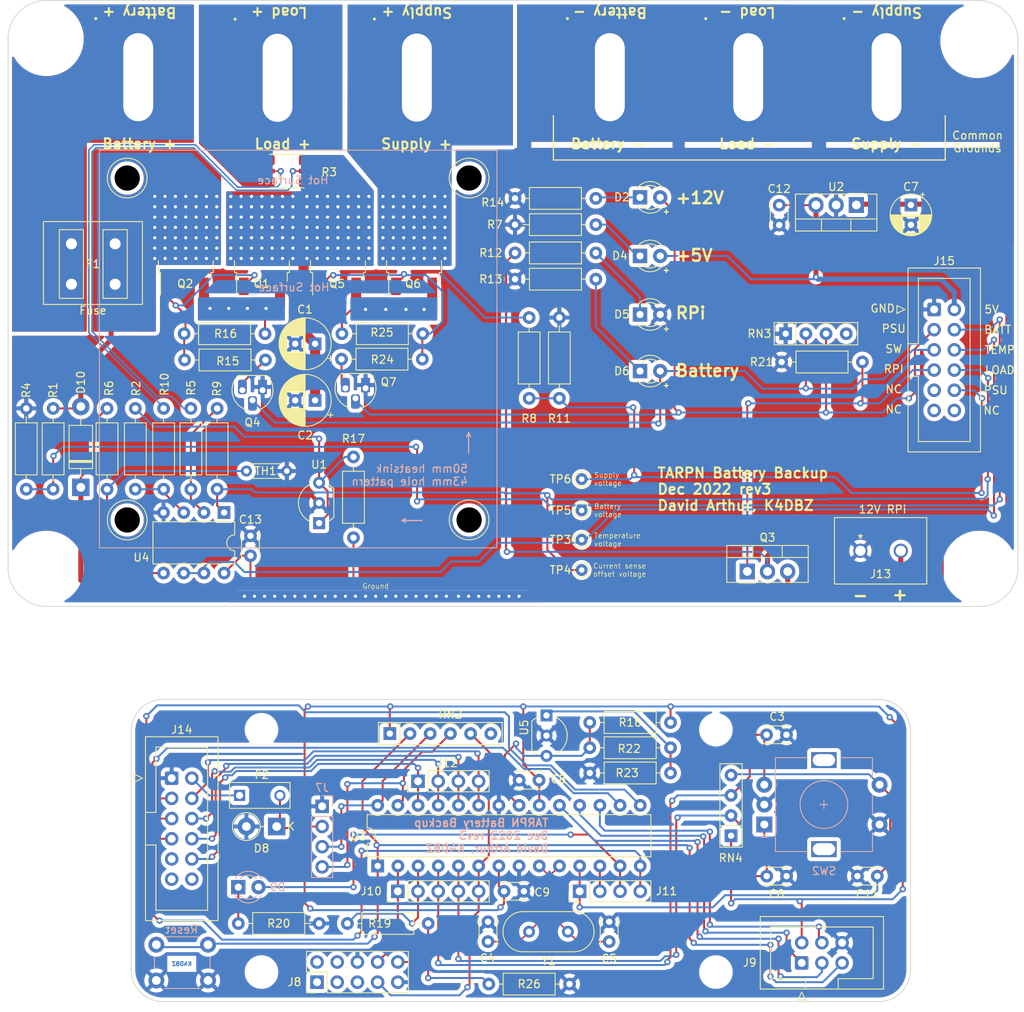
<source format=kicad_pcb>
(kicad_pcb (version 20211014) (generator pcbnew)
  (layers (0 "F.Cu" signal) (31 "B.Cu" signal) (34 "B.Paste" user) (35 "F.Paste" user) (36 "B.SilkS" user "B.Silkscreen") (37 "F.SilkS" user "F.Silkscreen") (38 "B.Mask" user) (39 "F.Mask" user) (44 "Edge.Cuts" user))
  (net 0 "")
  (net 1 "GND")
  (net 2 "/BATT_SENSE")
  (net 3 "/MISO")
  (net 4 "/SCK")
  (net 5 "/MOSI")
  (net 6 "/RESET")
  (net 7 "/SCL")
  (net 8 "/SDA")
  (net 9 "/RPI_SIG")
  (net 10 "/AREF")
  (net 11 "/LOAD_SENSE_N")
  (net 12 "/ROT_A")
  (net 13 "/ROT_B")
  (net 19 "/USER_SW")
  (net 20 "/CRYSTAL_N")
  (net 21 "/CRYSTAL_P")
  (net 22 "/CTRL_SUPPLY_SEL")
  (net 23 "/PD6")
  (net 24 "/RPI_SEL")
  (net 25 "/PMOS_LOAD_DRAIN")
  (net 26 "/LOAD_SENSE_DIFF")
  (net 27 "/TEMP_SENSE")
  (net 28 "VCC")
  (net 29 "+5V")
  (net 31 "/CTRL_RPI_SEL")
  (net 32 "/CTRL_BATT_SENSE")
  (net 33 "/CTRL_LOAD_SENSE_DIFF")
  (net 34 "/CTRL_TEMP_SENSE")
  (net 35 "GND1")
  (net 39 "Net-(Q5-Pad1)")
  (net 42 "/BATT_POS")
  (net 43 "/BATT_SEL")
  (net 44 "/SUPPLY_SENSE")
  (net 45 "/LOAD_SENSE_P")
  (net 46 "/BATT_POS_CONN")
  (net 47 "/CTRL_SUPPLY_SENSE")
  (net 48 "Net-(D2-Pad1)")
  (net 49 "Net-(D4-Pad1)")
  (net 50 "Net-(D5-Pad1)")
  (net 51 "Net-(D6-Pad1)")
  (net 52 "/TEMP_SENSE_BUFF")
  (net 53 "Net-(R10-Pad1)")
  (net 54 "Net-(R5-Pad2)")
  (net 55 "Net-(Q4-Pad3)")
  (net 56 "/V_IN")
  (net 57 "/TXD")
  (net 58 "/RXD")
  (net 59 "Net-(J13-Pad2)")
  (net 60 "Net-(D9-Pad1)")
  (net 61 "/STATUS_LED")
  (net 62 "/PMOS_GATE")
  (net 63 "/PMOS_SOURCE")
  (net 65 "Net-(R17-Pad1)")
  (net 66 "Net-(R22-Pad1)")
  (net 67 "/SUPPLY_POS")
  (net 68 "/SUPPLY_SEL")
  (net 69 "Net-(Q5-Pad3)")
  (net 70 "Net-(Q7-Pad3)")
  (net 71 "/LOAD_POS_CONN")
  (net 72 "/PMOS_BATT_DRAIN")
  (net 74 "/PD1")
  (net 75 "/CTRL_BATT_SEL")
  (footprint "Package_TO_SOT_SMD:TO-252-2-ViasHandSolder" (layer "F.Cu") (at 115.57 53.848 90)
    (fp_text reference "Q6")
    (fp_text value "IRF4905")
  )
  (footprint "TestPoint:TestPoint_THTPad_D1.5mm_Drill0.7mm" (layer "F.Cu") (at 136.652 86.233)
    (fp_text reference "TP5")
    (fp_text value "TestPoint_Small")
  )
  (footprint "Resistor_THT:R_Axial_DIN0207_L6.3mm_D2.5mm_P10.16mm_Horizontal" (layer "F.Cu") (at 138.43 50.292 180)
    (fp_text reference "R7")
    (fp_text value "1kΩ")
  )
  (footprint "Package_TO_SOT_SMD:TO-252-2-ViasHandSolder" (layer "F.Cu") (at 96.435333 53.848 90)
    (fp_text reference "Q1")
    (fp_text value "IRF4905")
  )
  (footprint "Connector_IDC:IDC-Header_2x06_P2.54mm_Vertical" (layer "F.Cu") (at 180.975 60.96)
    (fp_text reference "J15")
    (fp_text value "Power Board")
  )
  (footprint "Resistor_THT:R_Array_SIP4" (layer "F.Cu") (at 162.306 64.008)
    (fp_text reference "RN3")
    (fp_text value "10k")
  )
  (footprint "Capacitor_THT:C_Disc_D3.0mm_W2.0mm_P2.50mm" (layer "F.Cu") (at 131.288 120.16 180)
    (fp_text reference "C8")
    (fp_text value "0.1µF")
  )
  (footprint "Resistor_THT:R_Axial_DIN0207_L6.3mm_D2.5mm_P10.16mm_Horizontal" (layer "F.Cu") (at 133.844 72.136 90)
    (fp_text reference "R11")
    (fp_text value "10kΩ")
  )
  (footprint "Connector_IDC:IDC-Header_2x06_P2.54mm_Vertical" (layer "F.Cu") (at 85.0895 119.906)
    (fp_text reference "J14")
    (fp_text value "Control Board")
  )
  (footprint "Resistor_THT:R_Axial_DIN0207_L6.3mm_D2.5mm_P10.16mm_Horizontal" (layer "F.Cu") (at 90.805 73.406 -90)
    (fp_text reference "R9")
    (fp_text value "10kΩ")
  )
  (footprint "Resistor_THT:R_Axial_DIN0207_L6.3mm_D2.5mm_P10.16mm_Horizontal" (layer "F.Cu") (at 135.128 145.796 180)
    (fp_text reference "R26")
    (fp_text value "1k")
  )
  (footprint "LED_THT:LED_D3.0mm" (layer "F.Cu") (at 143.988 46.863)
    (fp_text reference "D2")
    (fp_text value "12V")
  )
  (footprint "Fuse:Littlefuse RXEF Series" (layer "F.Cu") (at 93.6244 122.0724)
    (fp_text reference "F2")
    (fp_text value "Polyfuse_Small" hide)
  )
  (footprint "Resistor_THT:R_Axial_DIN0207_L6.3mm_D2.5mm_P10.16mm_Horizontal" (layer "F.Cu") (at 147.828 116.078 180)
    (fp_text reference "R22")
    (fp_text value "10kΩ ")
  )
  (footprint "Resistor_THT:R_Axial_DIN0207_L6.3mm_D2.5mm_P10.16mm_Horizontal" (layer "F.Cu") (at 86.6648 64.008)
    (fp_text reference "R16")
    (fp_text value "10kΩ")
  )
  (footprint "Capacitor_THT:C_Disc_D3.0mm_W2.0mm_P2.50mm" (layer "F.Cu") (at 173.833 132.225 180)
    (fp_text reference "C11")
    (fp_text value "0.1µF")
  )
  (footprint "Connector_PinHeader_2.54mm:PinHeader_1x04_P2.54mm_Vertical" (layer "F.Cu") (at 116.068 120.287 90)
    (fp_text reference "J12")
    (fp_text value "Conn_01x04")
  )
  (footprint "Resistor_SMD:R_2512_6332_4_wire" (layer "F.Cu") (at 95.504 45.593)
    (fp_text reference "R3")
    (fp_text value "3mΩ")
  )
  (footprint "Resistor_THT:R_Axial_DIN0207_L6.3mm_D2.5mm_P10.16mm_Horizontal" (layer "F.Cu") (at 106.4514 67.2084)
    (fp_text reference "R24")
    (fp_text value "200Ω")
  )
  (footprint "Resistor_THT:R_Axial_DIN0207_L6.3mm_D2.5mm_P10.16mm_Horizontal" (layer "F.Cu") (at 80.518 83.566 90)
    (fp_text reference "R2")
    (fp_text value "10kΩ")
  )
  (footprint "Connector_PinHeader_2.54mm:PinHeader_1x04_P2.54mm_Vertical" (layer "F.Cu") (at 136.398 134.13 90)
    (fp_text reference "J11")
    (fp_text value "Conn_01x04")
  )
  (footprint "Capacitor_THT:C_Disc_D3.0mm_W2.0mm_P2.50mm" (layer "F.Cu") (at 161.4932 50.343 90)
    (fp_text reference "C12")
    (fp_text value "0.1µF")
  )
  (footprint "Resistor_THT:R_Axial_DIN0207_L6.3mm_D2.5mm_P10.16mm_Horizontal" (layer "F.Cu") (at 76.962 83.566 90)
    (fp_text reference "R6")
    (fp_text value "49.9kΩ")
  )
  (footprint "Capacitor_THT:C_Disc_D3.0mm_W2.0mm_P2.50mm" (layer "F.Cu") (at 140.108 140.46 90)
    (fp_text reference "C5")
    (fp_text value "22pF")
  )
  (footprint "Resistor_THT:R_Axial_DIN0207_L6.3mm_D2.5mm_P10.16mm_Horizontal" (layer "F.Cu") (at 84.074 83.566 90)
    (fp_text reference "R10")
    (fp_text value "249Ω")
  )
  (footprint "MountingHole:MountingHole_4.3mm_M4" (layer "F.Cu") (at 186.436 27.178)
    (fp_text reference "H1" hide)
    (fp_text value "MountingHole")
  )
  (footprint "LED_THT:LED_D3.0mm" (layer "F.Cu") (at 143.988 68.707)
    (fp_text reference "D6")
    (fp_text value "Battery")
  )
  (footprint "TestPoint:TestPoint_THTPad_D1.5mm_Drill0.7mm" (layer "F.Cu") (at 136.652 82.296)
    (fp_text reference "TP6")
    (fp_text value "TestPoint_Small")
  )
  (footprint "TestPoint:TestPoint_THTPad_D1.5mm_Drill0.7mm" (layer "F.Cu") (at 136.652 89.916)
    (fp_text reference "TP3")
    (fp_text value "TestPoint_Small")
  )
  (footprint "Resistor_THT:R_Axial_DIN0207_L6.3mm_D2.5mm_P10.16mm_Horizontal" (layer "F.Cu") (at 66.802 83.566 90)
    (fp_text reference "R4")
    (fp_text value "10kΩ")
  )
  (footprint "Resistor_THT:R_Axial_DIN0207_L6.3mm_D2.5mm_P10.16mm_Horizontal" (layer "F.Cu") (at 93.472 138.176)
    (fp_text reference "R20")
    (fp_text value "1kΩ")
  )
  (footprint "Capacitor_THT:CP_Radial_D6.3mm_P2.50mm" (layer "F.Cu") (at 103.124 65.278 180)
    (fp_text reference "C1")
    (fp_text value "C_Polarized")
  )
  (footprint "Resistor_THT:R_Axial_DIN0207_L6.3mm_D2.5mm_P10.16mm_Horizontal" (layer "F.Cu") (at 138.43 53.848 180)
    (fp_text reference "R12")
    (fp_text value "2.2kΩ")
  )
  (footprint "Connector_PinHeader_2.54mm:PinHeader_1x05_P2.54mm_Vertical" (layer "F.Cu") (at 113.533 134.13 90)
    (fp_text reference "J10")
    (fp_text value "Conn_01x04")
  )
  (footprint "Connector:B6A-PCB-RS" (layer "F.Cu") (at 92.563048 39.1922)
    (fp_text reference "J1" hide)
    (fp_text value "Load +")
  )
  (footprint "Diode_THT:D_DO-41_SOD81_P10.16mm_Horizontal" (layer "F.Cu") (at 73.661554 83.330771 90)
    (fp_text reference "D10")
    (fp_text value "1N4001")
  )
  (footprint "Package_TO_SOT_THT:TO-92_Inline_Wide" (layer "F.Cu") (at 103.632 87.8332 90)
    (fp_text reference "U1")
    (fp_text value "TL431LP")
  )
  (footprint "Package_DIP:DIP-8_W7.62mm" (layer "F.Cu") (at 91.684 86.497 -90)
    (fp_text reference "U4")
    (fp_text value "LM358")
  )
  (footprint "Package_TO_SOT_SMD:TO-252-2-ViasHandSolder" (layer "F.Cu") (at 86.868 53.848 90)
    (fp_text reference "Q2")
    (fp_text value "IRF4905")
  )
  (footprint "MountingHole:MountingHole_3.2mm_M3" (layer "F.Cu") (at 153.533 144.29)
    (fp_text reference "REF**" hide)
    (fp_text value "MountingHole_3.2mm_M3")
  )
  (footprint "LED_THT:LED_D3.0mm" (layer "F.Cu") (at 143.988 61.595)
    (fp_text reference "D5")
    (fp_text value "RPI")
  )
  (footprint "Connector:B6A-PCB-RS" (layer "F.Cu") (at 169.1495 39.116)
    (fp_text reference "J2" hide)
    (fp_text value "Load -")
  )
  (footprint "Package_TO_SOT_SMD:TO-252-2-ViasHandSolder" (layer "F.Cu") (at 106.002666 53.848 90)
    (fp_text reference "Q5")
    (fp_text value "IRF4905")
  )
  (footprint "Package_TO_SOT_THT:TO-92_Inline_Wide" (layer "F.Cu") (at 132.228 112.014 -90)
    (fp_text reference "U5")
    (fp_text value "TL431LP")
  )
  (footprint "Capacitor_THT:C_Disc_D3.0mm_W2.0mm_P2.50mm" (layer "F.Cu") (at 129.383 134.13 180)
    (fp_text reference "C9")
    (fp_text value "0.1µF")
  )
  (footprint "TestPoint:TestPoint_THTPad_D1.5mm_Drill0.7mm" (layer "F.Cu") (at 136.652 93.726)
    (fp_text reference "TP4")
    (fp_text value "TestPoint_Small")
  )
  (footprint "Connector:B6A-PCB-RS" (layer "F.Cu") (at 75.042497 39.116)
    (fp_text reference "J5" hide)
    (fp_text value "BATT +")
  )
  (footprint "MountingHole:MountingHole_3.2mm_M3" (layer "F.Cu") (at 153.533 113.81)
    (fp_text reference "REF**" hide)
    (fp_text value "MountingHole_3.2mm_M3")
  )
  (footprint "MountingHole:MountingHole_4.3mm_M4" (layer "F.Cu") (at 69.342 93.472)
    (fp_text reference "H4" hide)
    (fp_text value "MountingHole")
  )
  (footprint "Connector:B6A-PCB-RS" (layer "F.Cu") (at 151.7505 39.116)
    (fp_text reference "J4" hide)
    (fp_text value "Supply -")
  )
  (footprint "Package_TO_SOT_THT:TO-92_HandSolder" (layer "F.Cu") (at 96.52 71.108 180)
    (fp_text reference "Q4")
    (fp_text value "2N700X")
  )
  (footprint "Connector_IDC:IDC-Header_2x03_P2.54mm_Vertical" (layer "F.Cu") (at 164.323 143.1375 90)
    (fp_text reference "J9")
    (fp_text value "ICSP")
  )
  (footprint "Resistor_THT:R_Axial_DIN0207_L6.3mm_D2.5mm_P10.16mm_Horizontal" (layer "F.Cu") (at 128.27 46.99)
    (fp_text reference "R14")
    (fp_text value "2.2kΩ")
  )
  (footprint "LED_THT:LED_D3.0mm" (layer "F.Cu") (at 143.988 54.229)
    (fp_text reference "D4")
    (fp_text value "5V")
  )
  (footprint "Resistor_THT:R_Axial_DIN0207_L6.3mm_D2.5mm_P10.16mm_Horizontal" (layer "F.Cu") (at 130.048 72.136 90)
    (fp_text reference "R8")
    (fp_text value "49.9kΩ")
  )
  (footprint "Resistor_THT:R_Axial_DIN0207_L6.3mm_D2.5mm_P10.16mm_Horizontal" (layer "F.Cu") (at 116.6622 64.008 180)
    (fp_text reference "R25")
    (fp_text value "10kΩ")
  )
  (footprint "Capacitor_THT:CP_Radial_D5.0mm_P2.50mm" (layer "F.Cu") (at 178.054 47.816888 -90)
    (fp_text reference "C7")
    (fp_text value "0.22µF")
  )
  (footprint "Package_TO_SOT_THT:TO-220-3_Vertical" (layer "F.Cu") (at 157.48 93.909)
    (fp_text reference "Q3")
    (fp_text value "IRF9Z24")
  )
  (footprint "MountingHole:MountingHole_4.3mm_M4" (layer "F.Cu") (at 69.342 26.924)
    (fp_text reference "H2" hide)
    (fp_text value "MountingHole")
  )
  (footprint "Capacitor_THT:C_Disc_D3.0mm_W2.0mm_P2.50mm" (layer "F.Cu") (at 94.996 89.428 -90)
    (fp_text reference "C13")
    (fp_text value "0.1µF")
  )
  (footprint "Resistor_THT:R_Axial_DIN0204_L3.6mm_D1.6mm_P5.08mm_Horizontal" (layer "F.Cu") (at 94.488 81.28)
    (fp_text reference "TH1")
    (fp_text value "10k Thermistor NTC")
  )
  (footprint "Connector:B6A-PCB-RS" (layer "F.Cu") (at 110.0836 39.1668)
    (fp_text reference "J3" hide)
    (fp_text value "Supply +")
  )
  (footprint "Resistor_THT:R_Axial_DIN0207_L6.3mm_D2.5mm_P10.16mm_Horizontal" (layer "F.Cu") (at 137.668 119.253)
    (fp_text reference "R23")
    (fp_text value "10kΩ ")
  )
  (footprint "Resistor_THT:R_Axial_DIN0207_L6.3mm_D2.5mm_P10.16mm_Horizontal" (layer "F.Cu") (at 161.798 67.564)
    (fp_text reference "R21")
    (fp_text value "10k")
  )
  (footprint "MountingHole:MountingHole_3.2mm_M3" (layer "F.Cu") (at 96.383 113.81)
    (fp_text reference "REF**" hide)
    (fp_text value "MountingHole_3.2mm_M3")
  )
  (footprint "Resistor_THT:R_Axial_DIN0207_L6.3mm_D2.5mm_P10.16mm_Horizontal" (layer "F.Cu") (at 96.8756 67.31 180)
    (fp_text reference "R15")
    (fp_text value "200Ω")
  )
  (footprint "Connector:B6A-PCB-RS" (layer "F.Cu") (at 134.3515 39.116)
    (fp_text reference "J6" hide)
    (fp_text value "BATT -")
  )
  (footprint "Connector_Wuerth:691213510002" (layer "F.Cu") (at 171.704 91.313)
    (fp_text reference "J13")
    (fp_text value "Conn_01x02" hide)
  )
  (footprint "Diode_THT:D_DO-41_SOD81_P3.81mm_Vertical_KathodeUp" (layer "F.Cu") (at 98.298 125.984 180)
    (fp_text reference "D8")
    (fp_text value "5.1V Zener")
  )
  (footprint "Resistor_THT:R_Axial_DIN0207_L6.3mm_D2.5mm_P10.16mm_Horizontal" (layer "F.Cu") (at 107.188 138.176)
    (fp_text reference "R19")
    (fp_text value "500")
  )
  (footprint "Package_TO_SOT_THT:TO-220-3_Vertical" (layer "F.Cu") (at 171.196 47.823 180)
    (fp_text reference "U2")
    (fp_text value "L7805")
  )
  (footprint "Capacitor_THT:C_Disc_D3.0mm_W2.0mm_P2.50mm" (layer "F.Cu") (at 159.903 114.445)
    (fp_text reference "C3")
    (fp_text value "0.1µF")
  )
  (footprint "Crystal:Crystal_HC49-4H_Vertical" (layer "F.Cu") (at 130.038 139.21)
    (fp_text reference "Y1")
    (fp_text value "Crystal")
  )
  (footprint "Fuse:JCASE" (layer "F.Cu") (at 79.756 55.245 180)
    (fp_text reference "F1")
    (fp_text value "Fuse")
  )
  (footprint "Capacitor_THT:C_Disc_D3.0mm_W2.0mm_P2.50mm" (layer "F.Cu") (at 124.868 137.96 -90)
    (fp_text reference "C4")
    (fp_text value "22pF")
  )
  (footprint "Resistor_THT:R_Array_SIP6" (layer "F.Cu") (at 112.522 114.3)
    (fp_text reference "RN2")
    (fp_text value "10k")
  )
  (footprint "Package_TO_SOT_THT:TO-92_HandSolder" (layer "F.Cu") (at 109.474 70.866 180)
    (fp_text reference "Q7")
    (fp_text value "2N700X")
  )
  (footprint "Connector_PinHeader_2.54mm:PinHeader_2x05_P2.54mm_Vertical" (layer "F.Cu") (at 103.368 145.56 90)
    (fp_text reference "J8")
    (fp_text value "RPI Conn")
  )
  (footprint "Resistor_THT:R_Axial_DIN0207_L6.3mm_D2.5mm_P10.16mm_Horizontal" (layer "F.Cu") (at 107.95 79.502 -90)
    (fp_text reference "R17")
    (fp_text value "1kΩ")
  )
  (footprint "MountingHole:MountingHole_3.2mm_M3" (layer "F.Cu") (at 96.383 144.29)
    (fp_text reference "REF**" hide)
    (fp_text value "MountingHole_3.2mm_M3")
  )
  (footprint "Capacitor_THT:CP_Radial_D6.3mm_P2.50mm" (layer "F.Cu") (at 103.124 72.39 180)
    (fp_text reference "C2")
    (fp_text value "C_Polarized")
  )
  (footprint "Capacitor_THT:C_Disc_D3.0mm_W2.0mm_P2.50mm" (layer "F.Cu") (at 162.423 132.225 180)
    (fp_text reference "C6")
    (fp_text value "0.1µF")
  )
  (footprint "Resistor_THT:R_Axial_DIN0207_L6.3mm_D2.5mm_P10.16mm_Horizontal" (layer "F.Cu") (at 128.27 57.15)
    (fp_text reference "R13")
    (fp_text value "2.2kΩ")
  )
  (footprint "Resistor_THT:R_Axial_DIN0207_L6.3mm_D2.5mm_P10.16mm_Horizontal" (layer "F.Cu") (at 70.181777 83.566 90)
    (fp_text reference "R1")
    (fp_text value "49.9kΩ")
  )
  (footprint "Resistor_THT:R_Array_SIP4" (layer "F.Cu") (at 155.438 127.145 90)
    (fp_text reference "RN4")
    (fp_text value "10k")
  )
  (footprint "Package_DIP:DIP-28_W7.62mm" (layer "F.Cu") (at 110.998 130.945 90)
    (fp_text reference "U3")
    (fp_text value "ATmega328P-P")
  )
  (footprint "MountingHole:MountingHole_4.3mm_M4" (layer "F.Cu") (at 186.69 93.472)
    (fp_text reference "H3" hide)
    (fp_text value "MountingHole")
  )
  (footprint "Resistor_THT:R_Axial_DIN0207_L6.3mm_D2.5mm_P10.16mm_Horizontal" (layer "F.Cu") (at 87.503 73.406 -90)
    (fp_text reference "R5")
    (fp_text value "249Ω")
  )
  (footprint "Resistor_THT:R_Axial_DIN0207_L6.3mm_D2.5mm_P10.16mm_Horizontal" (layer "F.Cu") (at 137.668 112.903)
    (fp_text reference "R18")
    (fp_text value "100Ω ")
  )
  (footprint "Connector_PinHeader_2.54mm:PinHeader_1x04_P2.54mm_Vertical" (layer "B.Cu") (at 104.013 123.444 180)
    (fp_text reference "J7")
    (fp_text value "Conn_01x04")
  )
  (footprint "LED_THT:LED_D3.0mm" (layer "B.Cu") (at 93.467 133.604)
    (fp_text reference "D9")
    (fp_text value "Status")
  )
  (footprint "Rotary_Encoder:RotaryEncoder_Alps_EC11E-Switch_Vertical_H20mm" (layer "B.Cu") (at 159.618002 125.73)
    (fp_text reference "SW2")
    (fp_text value "RotaryEncoder_Switch")
  )
  (footprint "Button_Switch_THT:SW_PUSH_6mm" (layer "B.Cu") (at 89.662 140.846 180)
    (fp_text reference "SW1" hide)
    (fp_text value "Reset")
  )
  (footprint "Heatsink:ATS-CPX050050025-124-C1-R0" (layer "B.Cu") (at 125.997 90.932 180)
    (fp_text reference "REF**" hide)
    (fp_text value "ATS-CPX050050025-124-C1-R0")
  )
  (gr_line (start 122.428 76.454) (end 122.682 76.962) (layer "B.SilkS") (width 0.15))
  (gr_line (start 122.428 78.994) (end 122.428 76.454) (layer "B.SilkS") (width 0.15))
  (gr_line (start 114.554 87.757) (end 114.046 87.503) (layer "B.SilkS") (width 0.15))
  (gr_line (start 114.046 87.503) (end 114.554 87.249) (layer "B.SilkS") (width 0.15))
  (gr_line (start 122.174 76.962) (end 122.428 76.454) (layer "B.SilkS") (width 0.15))
  (gr_line (start 116.586 87.503) (end 114.046 87.503) (layer "B.SilkS") (width 0.15))
  (gr_line (start 133.096 36.576) (end 133.096 42.164) (layer "F.SilkS") (width 0.15))
  (gr_line (start 133.096 42.164) (end 182.372 42.164) (layer "F.SilkS") (width 0.15))
  (gr_line (start 182.372 42.164) (end 182.372 36.576) (layer "F.SilkS") (width 0.15))
  (gr_arc (start 80 114) (mid 81.171573 111.171573) (end 84 110) (layer "Edge.Cuts") (width 0.1))
  (gr_line (start 80 114) (end 80 144) (layer "Edge.Cuts") (width 0.1))
  (gr_line (start 191.516 27.178) (end 191.516 93.472) (layer "Edge.Cuts") (width 0.1))
  (gr_line (start 174 110) (end 84 110) (layer "Edge.Cuts") (width 0.1))
  (gr_arc (start 84 148) (mid 81.171573 146.828427) (end 80 144) (layer "Edge.Cuts") (width 0.1))
  (gr_arc (start 69.342 98.298) (mid 65.929503 96.884497) (end 64.516 93.472) (layer "Edge.Cuts") (width 0.1))
  (gr_line (start 64.516 93.472) (end 64.516001 26.67) (layer "Edge.Cuts") (width 0.1))
  (gr_arc (start 178 144) (mid 176.828427 146.828427) (end 174 148) (layer "Edge.Cuts") (width 0.1))
  (gr_line (start 174 148) (end 84 148) (layer "Edge.Cuts") (width 0.1))
  (gr_arc (start 191.516 93.472) (mid 190.102497 96.884497) (end 186.69 98.298) (layer "Edge.Cuts") (width 0.1))
  (gr_line (start 178 144) (end 178 114) (layer "Edge.Cuts") (width 0.1))
  (gr_arc (start 174 110) (mid 176.828427 111.171573) (end 178 114) (layer "Edge.Cuts") (width 0.1))
  (gr_arc (start 64.516001 26.67) (mid 66.015795 23.418128) (end 69.342 22.091321) (layer "Edge.Cuts") (width 0.1))
  (gr_line (start 69.342 22.091321) (end 186.436 22.098) (layer "Edge.Cuts") (width 0.1))
  (gr_arc (start 186.436 22.098) (mid 190.028102 23.585898) (end 191.516 27.178) (layer "Edge.Cuts") (width 0.1))
  (gr_line (start 186.69 98.298) (end 69.342 98.298) (layer "Edge.Cuts") (width 0.1))
  (gr_text "K4DBZ" (at 66.294 88.646) (layer "F.Cu") (effects (font (size 0.508 0.508) (thickness 0.127))))
  (gr_text "K4DBZ" (at 86.36 143.256) (layer "B.Cu") (effects (font (size 0.508 0.508) (thickness 0.127)) (justify mirror)))
  (gr_text "50mm heatsink\n43mm hole pattern" (at 122.428 81.788) (layer "B.SilkS") (effects (font (size 1 1)) (justify left mirror)))
  (gr_text "TARPN Battery Backup\nDec 2022 rev3\nDavid Arthur, K4DBZ\n" (at 132.588 127.127) (layer "B.SilkS") (effects (font (size 1 1) (thickness 0.2)) (justify left mirror)))
  (gr_text "Hot Surface\n" (at 100.457 58.166) (layer "B.SilkS") (effects (font (size 1 1)) (justify mirror)))
  (gr_text "Hot Surface\n" (at 100.33 44.704) (layer "B.SilkS") (effects (font (size 1 1)) (justify mirror)))
  (gr_text "+" (at 147.295 63.373) (layer "F.SilkS") (effects (font (size 0.635 0.635) (thickness 0.15875))))
  (gr_text "Battery -" (at 139.954 40.132) (layer "F.SilkS") (effects (font (size 1.27 1.27) (thickness 0.254))))
  (gr_text "Current sense\noffset voltage" (at 138.049 93.726) (layer "F.SilkS") (effects (font (size 0.635 0.635) (thickness 0.0762)) (justify left)))
  (gr_text "NC" (at 175.895 73.533) (layer "F.SilkS") (effects (font (size 1 1))))
  (gr_text "TEMP" (at 189.23 66.04) (layer "F.SilkS") (effects (font (size 1 1))))
  (gr_text "Supply -" (at 175.006 23.622 180) (layer "F.SilkS") (effects (font (size 1.27 1.27) (thickness 0.254))))
  (gr_text "+" (at 147.295 56.007) (layer "F.SilkS") (effects (font (size 0.635 0.635) (thickness 0.15875))))
  (gr_text "GND" (at 174.498 60.833) (layer "F.SilkS") (effects (font (size 1 1))))
  (gr_text "Supply\nvoltage" (at 138.176 82.296) (layer "F.SilkS") (effects (font (size 0.635 0.635) (thickness 0.0762)) (justify left)))
  (gr_text "Common\nGrounds" (at 186.436 39.878) (layer "F.SilkS") (effects (font (size 1 1))))
  (gr_text "TARPN Battery Backup\nDec 2022 rev3\nDavid Arthur, K4DBZ\n" (at 146.05 83.566) (layer "F.SilkS") (effects (font (size 1.27 1.27) (thickness 0.254)) (justify left)))
  (gr_text "Battery\nvoltage" (at 138.176 86.233) (layer "F.SilkS") (effects (font (size 0.635 0.635) (thickness 0.0762)) (justify left)))
  (gr_text "NC" (at 175.895 70.993) (layer "F.SilkS") (effects (font (size 1 1))))
  (gr_text "+" (at 147.295 70.485) (layer "F.SilkS") (effects (font (size 0.635 0.635) (thickness 0.15875))))
  (gr_text "PSU" (at 175.895 63.373) (layer "F.SilkS") (effects (font (size 1 1))))
  (gr_text "12V RPi" (at 174.498 86.106) (layer "F.SilkS") (effects (font (size 1 1))))
  (gr_text "Ground" (at 110.744 95.758) (layer "F.SilkS") (effects (font (size 0.635 0.635) (thickness 0.0762))))
  (gr_text "+" (at 176.784 96.901 270) (layer "F.SilkS") (effects (font (size 1.5 1.5) (thickness 0.3))))
  (gr_text "BATT" (at 188.976 63.5) (layer "F.SilkS") (effects (font (size 1 1))))
  (gr_text "RPI" (at 175.895 68.453) (layer "F.SilkS") (effects (font (size 1 1))))
  (gr_text "NC" (at 188.214 73.66) (layer "F.SilkS") (effects (font (size 1 1))))
  (gr_text "Battery +" (at 81.026 23.622 180) (layer "F.SilkS") (effects (font (size 1.27 1.27) (thickness 0.254))))
  (gr_text "Battery -" (at 140.208 23.622 180) (layer "F.SilkS") (effects (font (size 1.27 1.27) (thickness 0.254))))
  (gr_text "Supply +" (at 115.8748 40.132) (layer "F.SilkS") (effects (font (size 1.27 1.27) (thickness 0.254))))
  (gr_text "Battery +" (at 81.026 40.132) (layer "F.SilkS") (effects (font (size 1.27 1.27) (thickness 0.254))))
  (gr_text "Load -" (at 157.48 23.622 180) (layer "F.SilkS") (effects (font (size 1.27 1.27) (thickness 0.254))))
  (gr_text "5V" (at 188.214 60.96) (layer "F.SilkS") (effects (font (size 1 1))))
  (gr_text "Load +" (at 98.6028 23.622 180) (layer "F.SilkS") (effects (font (size 1.27 1.27) (thickness 0.254))))
  (gr_text "PSU" (at 188.722 71.12) (layer "F.SilkS") (effects (font (size 1 1))))
  (gr_text "Load -" (at 157.48 40.132) (layer "F.SilkS") (effects (font (size 1.27 1.27) (thickness 0.254))))
  (gr_text "-" (at 171.704 96.901) (layer "F.SilkS") (effects (font (size 1.5 1.5) (thickness 0.3))))
  (gr_text "Load +" (at 99.06 40.132) (layer "F.SilkS") (effects (font (size 1.27 1.27) (thickness 0.254))))
  (gr_text "+" (at 147.295 48.641) (layer "F.SilkS") (effects (font (size 0.635 0.635) (thickness 0.15875))))
  (gr_text "Supply +" (at 115.9256 23.622 180) (layer "F.SilkS") (effects (font (size 1.27 1.27) (thickness 0.254))))
  (gr_text "SW" (at 175.895 65.913) (layer "F.SilkS") (effects (font (size 1 1))))
  (gr_text "+12V\n\n\n+5V\n\n\nRPi\n\n\nBattery" (at 148.311 57.785) (layer "F.SilkS") (effects (font (size 1.5 1.5) (thickness 0.3)) (justify left)))
  (gr_text "LOAD" (at 189.23 68.58) (layer "F.SilkS") (effects (font (size 1 1))))
  (gr_text "Temperature\nvoltage" (at 138.176 89.916) (layer "F.SilkS") (effects (font (size 0.635 0.635) (thickness 0.0762)) (justify left)))
  (gr_text "Supply -" (at 175.006 40.132) (layer "F.SilkS") (effects (font (size 1.27 1.27) (thickness 0.254))))
  (segment (start 94.742 89.515) (end 95.25 89.007) (width 0.25) (layer "F.Cu") (net 1))
  (segment (start 168.4328 47.772) (end 168.4528 47.752) (width 0.25) (layer "F.Cu") (net 1))
  (via (at 99.314 97.028) (size 0.8) (drill 0.4) (layers "F.Cu" "B.Cu") (net 1))
  (via (at 113.284 97.028) (size 0.8) (drill 0.4) (layers "F.Cu" "B.Cu") (net 1))
  (via (at 106.934 97.028) (size 0.8) (drill 0.4) (layers "F.Cu" "B.Cu") (net 1))
  (via (at 126.238 97.028) (size 0.8) (drill 0.4) (layers "F.Cu" "B.Cu") (net 1))
  (via (at 128.778 97.028) (size 0.8) (drill 0.4) (layers "F.Cu" "B.Cu") (net 1))
  (via (at 103.124 97.028) (size 0.8) (drill 0.4) (layers "F.Cu" "B.Cu") (net 1))
  (via (at 94.234 97.028) (size 0.8) (drill 0.4) (layers "F.Cu" "B.Cu") (net 1))
  (via (at 121.158 97.028) (size 0.8) (drill 0.4) (layers "F.Cu" "B.Cu") (net 1))
  (via (at 118.364 97.028) (size 0.8) (drill 0.4) (layers "F.Cu" "B.Cu") (net 1))
  (via (at 123.698 97.028) (size 0.8) (drill 0.4) (layers "F.Cu" "B.Cu") (net 1))
  (via (at 112.014 97.028) (size 0.8) (drill 0.4) (layers "F.Cu" "B.Cu") (net 1))
  (via (at 115.824 97.028) (size 0.8) (drill 0.4) (layers "F.Cu" "B.Cu") (net 1))
  (via (at 122.428 97.028) (size 0.8) (drill 0.4) (layers "F.Cu" "B.Cu") (net 1))
  (via (at 96.774 97.028) (size 0.8) (drill 0.4) (layers "F.Cu" "B.Cu") (net 1))
  (via (at 117.094 97.028) (size 0.8) (drill 0.4) (layers "F.Cu" "B.Cu") (net 1))
  (via (at 100.584 97.028) (size 0.8) (drill 0.4) (layers "F.Cu" "B.Cu") (net 1))
  (via (at 109.474 97.028) (size 0.8) (drill 0.4) (layers "F.Cu" "B.Cu") (net 1))
  (via (at 95.504 97.028) (size 0.8) (drill 0.4) (layers "F.Cu" "B.Cu") (net 1))
  (via (at 110.744 97.028) (size 0.8) (drill 0.4) (layers "F.Cu" "B.Cu") (net 1))
  (via (at 127.508 97.028) (size 0.8) (drill 0.4) (layers "F.Cu" "B.Cu") (net 1))
  (via (at 114.554 97.028) (size 0.8) (drill 0.4) (layers "F.Cu" "B.Cu") (net 1))
  (via (at 108.204 97.028) (size 0.8) (drill 0.4) (layers "F.Cu" "B.Cu") (net 1))
  (via (at 105.664 97.028) (size 0.8) (drill 0.4) (layers "F.Cu" "B.Cu") (net 1))
  (via (at 104.394 97.028) (size 0.8) (drill 0.4) (layers "F.Cu" "B.Cu") (net 1))
  (via (at 124.968 97.028) (size 0.8) (drill 0.4) (layers "F.Cu" "B.Cu") (net 1))
  (via (at 101.854 97.028) (size 0.8) (drill 0.4) (layers "F.Cu" "B.Cu") (net 1))
  (via (at 119.634 97.028) (size 0.8) (drill 0.4) (layers "F.Cu" "B.Cu") (net 1))
  (via (at 98.044 97.028) (size 0.8) (drill 0.4) (layers "F.Cu" "B.Cu") (net 1))
  (segment (start 146.782 61.341) (end 146.528 61.595) (width 0.25) (layer "B.Cu") (net 1))
  (segment (start 70.181777 83.566) (end 70.181777 79.424223) (width 0.25) (layer "F.Cu") (net 2))
  (segment (start 115.951 78.359) (end 115.824 78.232) (width 0.25) (layer "F.Cu") (net 2))
  (segment (start 189.23 84.836) (end 189.23 62.23) (width 0.25) (layer "F.Cu") (net 2))
  (segment (start 115.951 85.09) (end 115.951 78.359) (width 0.25) (layer "F.Cu") (net 2))
  (segment (start 70.181777 79.424223) (end 70.231 79.375) (width 0.25) (layer "F.Cu") (net 2))
  (via (at 189.23 62.23) (size 0.8) (drill 0.4) (layers "F.Cu" "B.Cu") (net 2))
  (via (at 115.824 78.232) (size 0.8) (drill 0.4) (layers "F.Cu" "B.Cu") (net 2))
  (via (at 189.23 84.836) (size 0.8) (drill 0.4) (layers "F.Cu" "B.Cu") (net 2))
  (via (at 70.231 79.375) (size 0.8) (drill 0.4) (layers "F.Cu" "B.Cu") (net 2))
  (via (at 115.951 85.09) (size 0.8) (drill 0.4) (layers "F.Cu" "B.Cu") (net 2))
  (segment (start 187.96 63.5) (end 183.515 63.5) (width 0.25) (layer "B.Cu") (net 2))
  (segment (start 131.817386 84.836) (end 132.579386 85.598) (width 0.25) (layer "B.Cu") (net 2))
  (segment (start 188.468 85.598) (end 189.23 84.836) (width 0.25) (layer "B.Cu") (net 2))
  (segment (start 115.951 85.09) (end 116.205 84.836) (width 0.25) (layer "B.Cu") (net 2))
  (segment (start 189.23 62.23) (end 187.96 63.5) (width 0.25) (layer "B.Cu") (net 2))
  (segment (start 115.824 78.232) (end 71.374 78.232) (width 0.25) (layer "B.Cu") (net 2))
  (segment (start 71.374 78.232) (end 70.231 79.375) (width 0.25) (layer "B.Cu") (net 2))
  (segment (start 132.579386 85.598) (end 188.468 85.598) (width 0.25) (layer "B.Cu") (net 2))
  (segment (start 66.802 83.566) (end 70.181777 83.566) (width 0.25) (layer "B.Cu") (net 2))
  (segment (start 116.205 84.836) (end 131.817386 84.836) (width 0.25) (layer "B.Cu") (net 2))
  (segment (start 162.423 141.2375) (end 164.323 143.1375) (width 0.25) (layer "F.Cu") (net 3))
  (segment (start 151.939364 127.2345) (end 152.046489 127.341625) (width 0.25) (layer "F.Cu") (net 3))
  (segment (start 152.046489 127.341625) (end 152.046489 138.982549) (width 0.25) (layer "F.Cu") (net 3))
  (segment (start 152.046489 138.982549) (end 152.216576 139.152636) (width 0.25) (layer "F.Cu") (net 3))
  (segment (start 162.423 139.337) (end 162.423 141.2375) (width 0.25) (layer "F.Cu") (net 3))
  (via (at 162.423 139.337) (size 0.8) (drill 0.4) (layers "F.Cu" "B.Cu") (net 3))
  (via (at 152.216576 139.152636) (size 0.8) (drill 0.4) (layers "F.Cu" "B.Cu") (net 3))
  (via (at 151.939364 127.2345) (size 0.8) (drill 0.4) (layers "F.Cu" "B.Cu") (net 3))
  (segment (start 151.849864 127.145) (end 151.939364 127.2345) (width 0.25) (layer "B.Cu") (net 3))
  (segment (start 145.278717 127.145) (end 151.849864 127.145) (width 0.25) (layer "B.Cu") (net 3))
  (segment (start 136.398 123.325) (end 136.398 124.45637) (width 0.25) (layer "B.Cu") (net 3))
  (segment (start 136.398 124.45637) (end 139.08663 127.145) (width 0.25) (layer "B.Cu") (net 3))
  (segment (start 139.08663 127.145) (end 145.278717 127.145) (width 0.25) (layer "B.Cu") (net 3))
  (segment (start 152.216576 139.152636) (end 152.40094 139.337) (width 0.25) (layer "B.Cu") (net 3))
  (segment (start 152.40094 139.337) (end 162.423 139.337) (width 0.25) (layer "B.Cu") (net 3))
  (segment (start 161.407 144.5815) (end 161.661 144.8355) (width 0.25) (layer "F.Cu") (net 4))
  (segment (start 151.222399 127.930895) (end 151.222399 139.571776) (width 0.25) (layer "F.Cu") (net 4))
  (segment (start 151.222399 139.571776) (end 151.498267 139.847644) (width 0.25) (layer "F.Cu") (net 4))
  (segment (start 161.407 140.099) (end 161.407 144.5815) (width 0.25) (layer "F.Cu") (net 4))
  (via (at 151.498267 139.847644) (size 0.8) (drill 0.4) (layers "F.Cu" "B.Cu") (net 4))
  (via (at 161.661 144.8355) (size 0.8) (drill 0.4) (layers "F.Cu" "B.Cu") (net 4))
  (via (at 151.222399 127.930895) (size 0.8) (drill 0.4) (layers "F.Cu" "B.Cu") (net 4))
  (via (at 161.407 140.099) (size 0.8) (drill 0.4) (layers "F.Cu" "B.Cu") (net 4))
  (segment (start 161.7505 144.925) (end 166.233 144.925) (width 0.25) (layer "B.Cu") (net 4))
  (segment (start 151.749623 140.099) (end 161.407 140.099) (width 0.25) (layer "B.Cu") (net 4))
  (segment (start 166.863 144.295) (end 166.863 143.1375) (width 0.25) (layer "B.Cu") (net 4))
  (segment (start 133.858 123.325) (end 138.313 127.78) (width 0.25) (layer "B.Cu") (net 4))
  (segment (start 151.12 127.78) (end 151.222399 127.882399) (width 0.25) (layer "B.Cu") (net 4))
  (segment (start 138.313 127.78) (end 151.12 127.78) (width 0.25) (layer "B.Cu") (net 4))
  (segment (start 151.498267 139.847644) (end 151.749623 140.099) (width 0.25) (layer "B.Cu") (net 4))
  (segment (start 161.661 144.8355) (end 161.7505 144.925) (width 0.25) (layer "B.Cu") (net 4))
  (segment (start 166.233 144.925) (end 166.863 144.295) (width 0.25) (layer "B.Cu") (net 4))
  (segment (start 151.222399 127.882399) (end 151.222399 127.930895) (width 0.25) (layer "B.Cu") (net 4))
  (segment (start 166.487 140.2215) (end 166.863 140.5975) (width 0.25) (layer "F.Cu") (net 5))
  (segment (start 166.487 138.575) (end 166.487 140.2215) (width 0.25) (layer "F.Cu") (net 5))
  (segment (start 152.771 126.637) (end 152.771 138.321) (width 0.25) (layer "F.Cu") (net 5))
  (via (at 166.487 138.575) (size 0.8) (drill 0.4) (layers "F.Cu" "B.Cu") (net 5))
  (via (at 152.771 138.321) (size 0.8) (drill 0.4) (layers "F.Cu" "B.Cu") (net 5))
  (via (at 152.771 126.637) (size 0.8) (drill 0.4) (layers "F.Cu" "B.Cu") (net 5))
  (segment (start 138.938 123.325) (end 138.938 125.885) (width 0.25) (layer "B.Cu") (net 5))
  (segment (start 153.025 138.575) (end 166.487 138.575) (width 0.25) (layer "B.Cu") (net 5))
  (segment (start 139.563 126.51) (end 152.644 126.51) (width 0.25) (layer "B.Cu") (net 5))
  (segment (start 152.771 138.321) (end 153.025 138.575) (width 0.25) (layer "B.Cu") (net 5))
  (segment (start 152.644 126.51) (end 152.771 126.637) (width 0.25) (layer "B.Cu") (net 5))
  (segment (start 138.938 125.885) (end 139.563 126.51) (width 0.25) (layer "B.Cu") (net 5))
  (segment (start 110.998 130.945) (end 110.998 128.4625) (width 0.25) (layer "F.Cu") (net 6))
  (segment (start 110.998 139.454) (end 110.607 139.845) (width 0.25) (layer "F.Cu") (net 6))
  (segment (start 110.861 128.3255) (end 110.861 127.907) (width 0.25) (layer "F.Cu") (net 6))
  (segment (start 110.998 128.4625) (end 110.861 128.3255) (width 0.25) (layer "F.Cu") (net 6))
  (segment (start 110.861 127.907) (end 109.093 126.139) (width 0.25) (layer "F.Cu") (net 6))
  (segment (start 109.093 126.139) (end 109.093 120.269) (width 0.25) (layer "F.Cu") (net 6))
  (segment (start 110.998 130.945) (end 110.998 139.454) (width 0.25) (layer "F.Cu") (net 6))
  (segment (start 160.391 140.861) (end 160.391 144.8355) (width 0.25) (layer "F.Cu") (net 6))
  (segment (start 109.093 120.269) (end 115.062 114.3) (width 0.25) (layer "F.Cu") (net 6))
  (segment (start 150.231 140.099) (end 150.739 140.607) (width 0.25) (layer "F.Cu") (net 6))
  (segment (start 150.231 128.669) (end 150.231 140.099) (width 0.25) (layer "F.Cu") (net 6))
  (via (at 110.607 139.845) (size 0.8) (drill 0.4) (layers "F.Cu" "B.Cu") (net 6))
  (via (at 110.861 128.3255) (size 0.8) (drill 0.4) (layers "F.Cu" "B.Cu") (net 6))
  (via (at 150.231 128.669) (size 0.8) (drill 0.4) (layers "F.Cu" "B.Cu") (net 6))
  (via (at 150.739 140.607) (size 0.8) (drill 0.4) (layers "F.Cu" "B.Cu") (net 6))
  (via (at 160.391 140.861) (size 0.8) (drill 0.4) (layers "F.Cu" "B.Cu") (net 6))
  (via (at 160.391 144.8355) (size 0.8) (drill 0.4) (layers "F.Cu" "B.Cu") (net 6))
  (segment (start 89.74 140.716) (end 109.736 140.716) (width 0.25) (layer "B.Cu") (net 6))
  (segment (start 110.861 128.3255) (end 145.187782 128.3255) (width 0.25) (layer "B.Cu") (net 6))
  (segment (start 109.736 140.716) (end 110.607 139.845) (width 0.25) (layer "B.Cu") (net 6))
  (segment (start 145.187782 128.3255) (end 149.8875 128.3255) (width 0.25) (layer "B.Cu") (net 6))
  (segment (start 89.305 141.151) (end 89.74 140.716) (width 0.25) (layer "B.Cu") (net 6))
  (segment (start 160.391 144.8355) (end 161.115511 145.560011) (width 0.25) (layer "B.Cu") (net 6))
  (segment (start 83.227 141.151) (end 89.305 141.151) (width 0.25) (layer "B.Cu") (net 6))
  (segment (start 150.739 140.607) (end 150.993 140.861) (width 0.25) (layer "B.Cu") (net 6))
  (segment (start 161.115511 145.560011) (end 166.980489 145.560011) (width 0.25) (layer "B.Cu") (net 6))
  (segment (start 166.980489 145.560011) (end 169.403 143.1375) (width 0.25) (layer "B.Cu") (net 6))
  (segment (start 150.993 140.861) (end 160.391 140.861) (width 0.25) (layer "B.Cu") (net 6))
  (segment (start 149.8875 128.3255) (end 150.231 128.669) (width 0.25) (layer "B.Cu") (net 6))
  (segment (start 111.623 121.557) (end 111.623 122.7) (width 0.25) (layer "F.Cu") (net 7))
  (segment (start 111.623 122.7) (end 110.998 123.325) (width 0.25) (layer "F.Cu") (net 7))
  (segment (start 117.602 114.3) (end 111.623 120.279) (width 0.25) (layer "F.Cu") (net 7))
  (segment (start 111.623 120.279) (end 111.623 121.557) (width 0.25) (layer "F.Cu") (net 7))
  (segment (start 106.426 128.524) (end 106.426 123.444) (width 0.25) (layer "F.Cu") (net 7))
  (via (at 106.426 128.524) (size 0.8) (drill 0.4) (layers "F.Cu" "B.Cu") (net 7))
  (via (at 106.426 123.444) (size 0.8) (drill 0.4) (layers "F.Cu" "B.Cu") (net 7))
  (segment (start 106.426 123.444) (end 106.545 123.325) (width 0.25) (layer "B.Cu") (net 7))
  (segment (start 106.545 123.325) (end 110.998 123.325) (width 0.25) (layer "B.Cu") (net 7))
  (segment (start 104.013 128.524) (end 106.426 128.524) (width 0.25) (layer "B.Cu") (net 7))
  (segment (start 117.856 116.586) (end 116.586 116.586) (width 0.25) (layer "F.Cu") (net 8))
  (segment (start 116.586 116.586) (end 114.3 118.872) (width 0.25) (layer "F.Cu") (net 8))
  (segment (start 107.188 120.65) (end 107.188 130.81) (width 0.25) (layer "F.Cu") (net 8))
  (segment (start 114.3 120.404) (end 114.163 120.541) (width 0.25) (layer "F.Cu") (net 8))
  (segment (start 114.163 120.541) (end 114.163 122.7) (width 0.25) (layer "F.Cu") (net 8))
  (segment (start 114.3 118.872) (end 114.3 120.404) (width 0.25) (layer "F.Cu") (net 8))
  (segment (start 114.163 122.7) (end 113.538 123.325) (width 0.25) (layer "F.Cu") (net 8))
  (segment (start 120.142 114.3) (end 117.856 116.586) (width 0.25) (layer "F.Cu") (net 8))
  (via (at 107.188 120.65) (size 0.8) (drill 0.4) (layers "F.Cu" "B.Cu") (net 8))
  (via (at 114.163 120.541) (size 0.8) (drill 0.4) (layers "F.Cu" "B.Cu") (net 8))
  (via (at 107.188 130.81) (size 0.8) (drill 0.4) (layers "F.Cu" "B.Cu") (net 8))
  (segment (start 107.297 120.541) (end 114.163 120.541) (width 0.25) (layer "B.Cu") (net 8))
  (segment (start 107.188 120.65) (end 107.297 120.541) (width 0.25) (layer "B.Cu") (net 8))
  (segment (start 107.188 130.81) (end 106.934 131.064) (width 0.25) (layer "B.Cu") (net 8))
  (segment (start 106.934 131.064) (end 104.013 131.064) (width 0.25) (layer "B.Cu") (net 8))
  (segment (start 123.698 130.945) (end 124.968 129.675) (width 0.25) (layer "F.Cu") (net 9))
  (segment (start 124.968 122.428) (end 125.73 121.666) (width 0.25) (layer "F.Cu") (net 9))
  (segment (start 122.5804 137.7696) (end 123.693 136.657) (width 0.25) (layer "F.Cu") (net 9))
  (segment (start 125.73 117.348) (end 122.682 114.3) (width 0.25) (layer "F.Cu") (net 9))
  (segment (start 122.5804 137.7696) (end 122.545 137.805) (width 0.25) (layer "F.Cu") (net 9))
  (segment (start 122.545 137.805) (end 122.545 145.941) (width 0.25) (layer "F.Cu") (net 9))
  (segment (start 123.698 134.125) (end 123.693 134.13) (width 0.25) (layer "F.Cu") (net 9))
  (segment (start 123.698 130.945) (end 123.698 134.125) (width 0.25) (layer "F.Cu") (net 9))
  (segment (start 124.968 129.675) (end 124.968 122.428) (width 0.25) (layer "F.Cu") (net 9))
  (segment (start 122.545 145.941) (end 122.291 146.195) (width 0.25) (layer "F.Cu") (net 9))
  (segment (start 125.73 121.666) (end 125.73 117.348) (width 0.25) (layer "F.Cu") (net 9))
  (segment (start 123.693 136.657) (end 123.693 134.13) (width 0.25) (layer "F.Cu") (net 9))
  (via (at 122.291 146.195) (size 0.8) (drill 0.4) (layers "F.Cu" "B.Cu") (net 9))
  (segment (start 121.275 147.211) (end 112.639 147.211) (width 0.25) (layer "B.Cu") (net 9))
  (segment (start 112.639 147.211) (end 110.988 145.56) (width 0.25) (layer "B.Cu") (net 9))
  (segment (start 122.291 146.195) (end 121.275 147.211) (width 0.25) (layer "B.Cu") (net 9))
  (segment (start 127 121.547) (end 128.778 123.325) (width 0.25) (layer "F.Cu") (net 10))
  (segment (start 128.397 115.57) (end 127 116.967) (width 0.25) (layer "F.Cu") (net 10))
  (segment (start 127 118.364) (end 127 121.547) (width 0.25) (layer "F.Cu") (net 10))
  (segment (start 137.668 116.078) (end 137.668 112.903) (width 0.25) (layer "F.Cu") (net 10))
  (segment (start 127 116.967) (end 127 118.364) (width 0.25) (layer "F.Cu") (net 10))
  (via (at 128.397 115.57) (size 0.8) (drill 0.4) (layers "F.Cu" "B.Cu") (net 10))
  (segment (start 129.413 117.094) (end 132.228 117.094) (width 0.25) (layer "B.Cu") (net 10))
  (segment (start 136.652 117.094) (end 137.668 116.078) (width 0.25) (layer "B.Cu") (net 10))
  (segment (start 128.397 116.078) (end 129.413 117.094) (width 0.25) (layer "B.Cu") (net 10))
  (segment (start 128.397 115.57) (end 128.397 116.078) (width 0.25) (layer "B.Cu") (net 10))
  (segment (start 132.228 117.094) (end 136.652 117.094) (width 0.25) (layer "B.Cu") (net 10))
  (segment (start 102.108 43.561) (end 100.33 43.561) (width 0.2) (layer "F.Cu") (net 11))
  (via (at 100.33 43.561) (size 0.8) (drill 0.4) (layers "F.Cu" "B.Cu") (net 11))
  (segment (start 86.614 73.406) (end 87.503 73.406) (width 0.2) (layer "B.Cu") (net 11))
  (segment (start 93.218 45.974) (end 87.884 40.64) (width 0.2) (layer "B.Cu") (net 11))
  (segment (start 85.09 71.882) (end 86.614 73.406) (width 0.2) (layer "B.Cu") (net 11))
  (segment (start 100.203 43.688) (end 100.203 45.466) (width 0.2) (layer "B.Cu") (net 11))
  (segment (start 75.07552 41.12948) (end 75.07552 63.715514) (width 0.2) (layer "B.Cu") (net 11))
  (segment (start 100.203 45.466) (end 99.695 45.974) (width 0.2) (layer "B.Cu") (net 11))
  (segment (start 75.07552 63.715514) (end 83.242006 71.882) (width 0.2) (layer "B.Cu") (net 11))
  (segment (start 83.242006 71.882) (end 85.09 71.882) (width 0.2) (layer "B.Cu") (net 11))
  (segment (start 100.33 43.561) (end 100.203 43.688) (width 0.2) (layer "B.Cu") (net 11))
  (segment (start 87.884 40.64) (end 75.565 40.64) (width 0.2) (layer "B.Cu") (net 11))
  (segment (start 75.565 40.64) (end 75.07552 41.12948) (width 0.2) (layer "B.Cu") (net 11))
  (segment (start 99.695 45.974) (end 93.218 45.974) (width 0.2) (layer "B.Cu") (net 11))
  (segment (start 148.5425 125.0235) (end 148.707 124.859) (width 0.25) (layer "F.Cu") (net 12))
  (segment (start 159.923 130.4082) (end 159.923 132.225) (width 0.25) (layer "F.Cu") (net 12))
  (segment (start 159.618 125.835) (end 159.618 130.1032) (width 0.25) (layer "F.Cu") (net 12))
  (segment (start 157.6832 126.8502) (end 155.438 124.605) (width 0.25) (layer "F.Cu") (net 12))
  (segment (start 148.5425 142.115927) (end 148.5425 125.0235) (width 0.25) (layer "F.Cu") (net 12))
  (segment (start 158.2346 132.225) (end 157.6832 131.6736) (width 0.25) (layer "F.Cu") (net 12))
  (segment (start 159.618 130.1032) (end 159.923 130.4082) (width 0.25) (layer "F.Cu") (net 12))
  (segment (start 121.153 142.634) (end 121.153 134.13) (width 0.25) (layer "F.Cu") (net 12))
  (segment (start 157.6832 131.6736) (end 157.6832 126.8502) (width 0.25) (layer "F.Cu") (net 12))
  (segment (start 121.158 130.945) (end 121.158 134.125) (width 0.25) (layer "F.Cu") (net 12))
  (segment (start 121.158 134.125) (end 121.153 134.13) (width 0.25) (layer "F.Cu") (net 12))
  (segment (start 159.923 132.225) (end 158.2346 132.225) (width 0.25) (layer "F.Cu") (net 12))
  (segment (start 121.148 142.639) (end 121.153 142.634) (width 0.25) (layer "F.Cu") (net 12))
  (via (at 121.148 142.639) (size 0.8) (drill 0.4) (layers "F.Cu" "B.Cu") (net 12))
  (via (at 148.707 124.859) (size 0.8) (drill 0.4) (layers "F.Cu" "B.Cu") (net 12))
  (via (at 148.5425 142.115927) (size 0.8) (drill 0.4) (layers "F.Cu" "B.Cu") (net 12))
  (segment (start 146.539386 142.893) (end 121.402 142.893) (width 0.25) (layer "B.Cu") (net 12))
  (segment (start 148.961 124.605) (end 148.707 124.859) (width 0.25) (layer "B.Cu") (net 12))
  (segment (start 121.402 142.893) (end 121.148 142.639) (width 0.25) (layer "B.Cu") (net 12))
  (segment (start 148.362938 142.295489) (end 147.136897 142.295489) (width 0.25) (layer "B.Cu") (net 12))
  (segment (start 155.438 124.605) (end 148.961 124.605) (width 0.25) (layer "B.Cu") (net 12))
  (segment (start 147.136897 142.295489) (end 146.539386 142.893) (width 0.25) (layer "B.Cu") (net 12))
  (segment (start 148.5425 142.115927) (end 148.362938 142.295489) (width 0.25) (layer "B.Cu") (net 12))
  (segment (start 158.6558 114.445) (end 157.7848 115.316) (width 0.25) (layer "F.Cu") (net 13))
  (segment (start 147.818 142.385) (end 147.437 142.766) (width 0.25) (layer "F.Cu") (net 13))
  (segment (start 159.618 114.73) (end 159.903 114.445) (width 0.25) (layer "F.Cu") (net 13))
  (segment (start 147.818 122.946) (end 147.818 142.385) (width 0.25) (layer "F.Cu") (net 13))
  (segment (start 118.613 134.13) (end 118.613 130.95) (width 0.25) (layer "F.Cu") (net 13))
  (segment (start 159.903 114.445) (end 158.6558 114.445) (width 0.25) (layer "F.Cu") (net 13))
  (segment (start 148.0312 122.7328) (end 147.818 122.946) (width 0.25) (layer "F.Cu") (net 13))
  (segment (start 118.613 143.142) (end 118.613 134.13) (width 0.25) (layer "F.Cu") (net 13))
  (segment (start 118.608 143.147) (end 118.613 143.142) (width 0.25) (layer "F.Cu") (net 13))
  (segment (start 147.437 142.766) (end 147.437 143.02) (width 0.25) (layer "F.Cu") (net 13))
  (segment (start 157.7848 119.7182) (end 155.438 122.065) (width 0.25) (layer "F.Cu") (net 13))
  (segment (start 118.613 130.95) (end 118.618 130.945) (width 0.25) (layer "F.Cu") (net 13))
  (segment (start 159.618 120.835) (end 159.618 114.73) (width 0.25) (layer "F.Cu") (net 13))
  (segment (start 157.7848 115.316) (end 157.7848 119.7182) (width 0.25) (layer "F.Cu") (net 13))
  (via (at 148.0312 122.7328) (size 0.8) (drill 0.4) (layers "F.Cu" "B.Cu") (net 13))
  (via (at 147.437 143.02) (size 0.8) (drill 0.4) (layers "F.Cu" "B.Cu") (net 13))
  (via (at 118.608 143.147) (size 0.8) (drill 0.4) (layers "F.Cu" "B.Cu") (net 13))
  (segment (start 118.862 143.401) (end 147.056 143.401) (width 0.25) (layer "B.Cu") (net 13))
  (segment (start 148.699 122.065) (end 155.438 122.065) (width 0.25) (layer "B.Cu") (net 13))
  (segment (start 118.608 143.147) (end 118.862 143.401) (width 0.25) (layer "B.Cu") (net 13))
  (segment (start 148.0312 122.7328) (end 148.699 122.065) (width 0.25) (layer "B.Cu") (net 13))
  (segment (start 147.056 143.401) (end 147.437 143.02) (width 0.25) (layer "B.Cu") (net 13))
  (segment (start 175.442513 122.054511) (end 174.118002 120.73) (width 0.25) (layer "F.Cu") (net 19))
  (segment (start 136.398 134.13) (end 136.398 130.945) (width 0.25) (layer "F.Cu") (net 19))
  (segment (start 173.833 132.225) (end 175.442513 130.615487) (width 0.25) (layer "F.Cu") (net 19))
  (segment (start 175.442513 130.615487) (end 175.442513 122.054511) (width 0.25) (layer "F.Cu") (net 19))
  (segment (start 136.398 134.13) (end 136.398 136.144) (width 0.25) (layer "F.Cu") (net 19))
  (via (at 136.398 136.144) (size 0.8) (drill 0.4) (layers "F.Cu" "B.Cu") (net 19))
  (segment (start 154.686 134.62) (end 173.228 134.62) (width 0.25) (layer "B.Cu") (net 19))
  (segment (start 174.118002 120.73) (end 172.793491 119.405489) (width 0.25) (layer "B.Cu") (net 19))
  (segment (start 173.833 134.015) (end 173.833 132.225) (width 0.25) (layer "B.Cu") (net 19))
  (segment (start 136.398 136.144) (end 153.162 136.144) (width 0.25) (layer "B.Cu") (net 19))
  (segment (start 155.557511 119.405489) (end 155.438 119.525) (width 0.25) (layer "B.Cu") (net 19))
  (segment (start 173.228 134.62) (end 173.833 134.015) (width 0.25) (layer "B.Cu") (net 19))
  (segment (start 172.793491 119.405489) (end 155.557511 119.405489) (width 0.25) (layer "B.Cu") (net 19))
  (segment (start 153.162 136.144) (end 154.686 134.62) (width 0.25) (layer "B.Cu") (net 19))
  (segment (start 132.252999 136.995001) (end 130.038 139.21) (width 0.2) (layer "F.Cu") (net 20))
  (segment (start 130.038 139.21) (end 128.788 140.46) (width 0.2) (layer "F.Cu") (net 20))
  (segment (start 131.318 130.945) (end 132.253 131.88) (width 0.2) (layer "F.Cu") (net 20))
  (segment (start 128.788 140.46) (end 124.868 140.46) (width 0.2) (layer "F.Cu") (net 20))
  (segment (start 132.253 131.88) (end 132.252999 136.995001) (width 0.2) (layer "F.Cu") (net 20))
  (segment (start 134.918 139.21) (end 136.168 140.46) (width 0.2) (layer "F.Cu") (net 21))
  (segment (start 132.703001 136.995001) (end 134.918 139.21) (width 0.2) (layer "F.Cu") (net 21))
  (segment (start 136.168 140.46) (end 140.108 140.46) (width 0.2) (layer "F.Cu") (net 21))
  (segment (start 132.703 132.1) (end 132.703001 136.995001) (width 0.2) (layer "F.Cu") (net 21))
  (segment (start 133.858 130.945) (end 132.703 132.1) (width 0.2) (layer "F.Cu") (net 21))
  (segment (start 83.683 122.446) (end 85.0895 122.446) (width 0.25) (layer "F.Cu") (net 22))
  (segment (start 83.175 117.4555) (end 82.667 117.9635) (width 0.25) (layer "F.Cu") (net 22))
  (segment (start 82.667 117.9635) (end 82.667 121.43) (width 0.25) (layer "F.Cu") (net 22))
  (segment (start 82.667 121.43) (end 83.683 122.446) (width 0.25) (layer "F.Cu") (net 22))
  (via (at 83.175 117.4555) (size 0.8) (drill 0.4) (layers "F.Cu" "B.Cu") (net 22))
  (segment (start 126.746 116.078) (end 129.413 118.745) (width 0.25) (layer "B.Cu") (net 22))
  (segment (start 129.413 118.745) (end 132.588 118.745) (width 0.25) (layer "B.Cu") (net 22))
  (segment (start 132.588 118.745) (end 135.636 121.793) (width 0.25) (layer "B.Cu") (net 22))
  (segment (start 135.636 121.793) (end 139.946 121.793) (width 0.25) (layer "B.Cu") (net 22))
  (segment (start 139.946 121.793) (end 141.478 123.325) (width 0.25) (layer "B.Cu") (net 22))
  (segment (start 84.5525 116.078) (end 126.746 116.078) (width 0.25) (layer "B.Cu") (net 22))
  (segment (start 83.175 117.4555) (end 84.5525 116.078) (width 0.25) (layer "B.Cu") (net 22))
  (segment (start 138.938 130.945) (end 138.938 134.13) (width 0.25) (layer "F.Cu") (net 23))
  (segment (start 171.958 72.517) (end 171.958 67.564) (width 0.25) (layer "F.Cu") (net 24))
  (segment (start 171.704 72.771) (end 171.958 72.517) (width 0.25) (layer "F.Cu") (net 24))
  (segment (start 157.48 72.898) (end 157.48 93.909) (width 0.25) (layer "F.Cu") (net 24))
  (segment (start 157.607 72.771) (end 157.48 72.898) (width 0.25) (layer "F.Cu") (net 24))
  (via (at 171.704 72.771) (size 0.8) (drill 0.4) (layers "F.Cu" "B.Cu") (net 24))
  (via (at 157.607 72.771) (size 0.8) (drill 0.4) (layers "F.Cu" "B.Cu") (net 24))
  (segment (start 174.117 72.771) (end 178.308 68.58) (width 0.25) (layer "B.Cu") (net 24))
  (segment (start 157.607 72.771) (end 171.704 72.771) (width 0.25) (layer "B.Cu") (net 24))
  (segment (start 178.308 68.58) (end 180.975 68.58) (width 0.25) (layer "B.Cu") (net 24))
  (segment (start 171.704 72.771) (end 174.117 72.771) (width 0.25) (layer "B.Cu") (net 24))
  (segment (start 101.6762 63.8302) (end 101.6762 54.962466) (width 1.27) (layer "F.Cu") (net 25))
  (segment (start 98.405048 50.063952) (end 97.2302 51.2388) (width 1.27) (layer "F.Cu") (net 25))
  (segment (start 103.124 65.278) (end 103.124 72.39) (width 1.27) (layer "F.Cu") (net 25))
  (segment (start 101.6762 54.962466) (end 102.095666 54.543) (width 1.27) (layer "F.Cu") (net 25))
  (segment (start 97.2372 51.2318) (end 97.2302 51.2388) (width 1.27) (layer "F.Cu") (net 25))
  (segment (start 103.124 65.278) (end 101.6762 63.8302) (width 1.27) (layer "F.Cu") (net 25))
  (segment (start 187.743489 69.633511) (end 187.743489 82.258511) (width 0.25) (layer "F.Cu") (net 26))
  (segment (start 132.334 91.186) (end 134.874 93.726) (width 0.25) (layer "F.Cu") (net 26))
  (segment (start 90.805 83.566) (end 90.805 85.618) (width 0.25) (layer "F.Cu") (net 26))
  (segment (start 132.334 84.328) (end 132.334 91.186) (width 0.25) (layer "F.Cu") (net 26))
  (segment (start 187.781 69.596) (end 187.743489 69.633511) (width 0.25) (layer "F.Cu") (net 26))
  (segment (start 134.874 93.726) (end 136.652 93.726) (width 0.25) (layer "F.Cu") (net 26))
  (segment (start 90.805 85.618) (end 91.684 86.497) (width 0.25) (layer "F.Cu") (net 26))
  (segment (start 187.743489 82.258511) (end 187.706 82.296) (width 0.25) (layer "F.Cu") (net 26))
  (via (at 132.334 84.328) (size 0.8) (drill 0.4) (layers "F.Cu" "B.Cu") (net 26))
  (via (at 187.781 69.596) (size 0.8) (drill 0.4) (layers "F.Cu" "B.Cu") (net 26))
  (via (at 187.706 82.296) (size 0.8) (drill 0.4) (layers "F.Cu" "B.Cu") (net 26))
  (segment (start 187.244103 84.761011) (end 187.706 84.299114) (width 0.25) (layer "B.Cu") (net 26))
  (segment (start 132.334 84.328) (end 132.842 84.836) (width 0.25) (layer "B.Cu") (net 26))
  (segment (start 187.706 84.299114) (end 187.706 82.296) (width 0.25) (layer "B.Cu") (net 26))
  (segment (start 167.877491 84.761011) (end 187.244103 84.761011) (width 0.25) (layer "B.Cu") (net 26))
  (segment (start 132.08 84.074) (end 126.9492 84.074) (width 0.25) (layer "B.Cu") (net 26))
  (segment (start 186.765 68.58) (end 183.515 68.58) (width 0.25) (layer "B.Cu") (net 26))
  (segment (start 187.781 69.596) (end 186.765 68.58) (width 0.25) (layer "B.Cu") (net 26))
  (segment (start 95.5294 83.9724) (end 95.123 83.566) (width 0.25) (layer "B.Cu") (net 26))
  (segment (start 126.9492 84.074) (end 126.8476 83.9724) (width 0.25) (layer "B.Cu") (net 26))
  (segment (start 126.8476 83.9724) (end 95.5294 83.9724) (width 0.25) (layer "B.Cu") (net 26))
  (segment (start 132.842 84.836) (end 167.802502 84.836) (width 0.25) (layer "B.Cu") (net 26))
  (segment (start 95.123 83.566) (end 90.805 83.566) (width 0.25) (layer "B.Cu") (net 26))
  (segment (start 132.334 84.328) (end 132.08 84.074) (width 0.25) (layer "B.Cu") (net 26))
  (segment (start 167.802502 84.836) (end 167.877491 84.761011) (width 0.25) (layer "B.Cu") (net 26))
  (segment (start 79.766 94.117) (end 76.962 91.313) (width 0.25) (layer "F.Cu") (net 27))
  (segment (start 76.962 91.313) (end 76.962 83.566) (width 0.25) (layer "F.Cu") (net 27))
  (segment (start 83.302 94.117) (end 79.766 94.117) (width 0.25) (layer "F.Cu") (net 27))
  (segment (start 79.248 81.28) (end 76.962 83.566) (width 0.25) (layer "B.Cu") (net 27))
  (segment (start 94.488 81.28) (end 79.248 81.28) (width 0.25) (layer "B.Cu") (net 27))
  (segment (start 161.4932 47.843) (end 166.096 47.843) (width 0.25) (layer "F.Cu") (net 28))
  (segment (start 166.116 47.823) (end 166.116 56.7638) (width 0.635) (layer "F.Cu") (net 28))
  (via (at 166.116 56.896) (size 0.8) (drill 0.4) (layers "F.Cu" "B.Cu") (net 28))
  (segment (start 166.116 56.896) (end 165.862 57.15) (width 0.25) (layer "B.Cu") (net 28))
  (segment (start 146.528 54.229) (end 154.9654 54.229) (width 0.25) (layer "B.Cu") (net 28))
  (segment (start 154.9654 54.229) (end 155.956 55.2196) (width 0.25) (layer "B.Cu") (net 28))
  (segment (start 166.116 56.896) (end 166.37 57.15) (width 0.635) (layer "B.Cu") (net 28))
  (segment (start 165.862 57.15) (end 157.9372 57.15) (width 0.25) (layer "B.Cu") (net 28))
  (segment (start 183.515 58.801) (end 183.515 60.833) (width 0.635) (layer "B.Cu") (net 28))
  (segment (start 166.37 57.15) (end 181.864 57.15) (width 0.635) (layer "B.Cu") (net 28))
  (segment (start 181.864 57.15) (end 183.515 58.801) (width 0.635) (layer "B.Cu") (net 28))
  (segment (start 157.9372 57.15) (end 155.956 55.1688) (width 0.25) (layer "B.Cu") (net 28))
  (segment (start 126.883 134.13) (end 126.883 135.7022) (width 0.25) (layer "F.Cu") (net 29))
  (segment (start 102.235 110.889) (end 101.808 111.316) (width 0.25) (layer "F.Cu") (net 29))
  (segment (start 164.323 135.621) (end 164.323 140.5975) (width 0.25) (layer "F.Cu") (net 29))
  (segment (start 131.318 120.19) (end 131.288 120.16) (width 0.25) (layer "F.Cu") (net 29))
  (segment (start 98.3694 126.1872) (end 101.7524 126.1872) (width 0.25) (layer "F.Cu") (net 29))
  (segment (start 101.854 125.984) (end 101.808 125.938) (width 0.25) (layer "F.Cu") (net 29))
  (segment (start 98.7044 125.8522) (end 98.7044 122.0724) (width 0.25) (layer "F.Cu") (net 29))
  (segment (start 101.808 111.316) (end 101.808 125.938) (width 0.25) (layer "F.Cu") (net 29))
  (segment (start 155.438 135.626) (end 155.438 127.145) (width 0.25) (layer "F.Cu") (net 29))
  (segment (start 155.448 135.636) (end 155.438 135.626) (width 0.25) (layer "F.Cu") (net 29))
  (segment (start 147.828 112.903) (end 147.828 110.907) (width 0.25) (layer "F.Cu") (net 29))
  (segment (start 147.828 110.907) (end 147.846 110.889) (width 0.25) (layer "F.Cu") (net 29))
  (segment (start 112.522 114.3) (end 112.522 110.9472) (width 0.25) (layer "F.Cu") (net 29))
  (segment (start 126.883 135.7022) (end 126.4412 136.144) (width 0.25) (layer "F.Cu") (net 29))
  (segment (start 126.238 130.945) (end 126.238 133.485) (width 0.25) (layer "F.Cu") (net 29))
  (segment (start 177.038 133.858) (end 177.028 133.848) (width 0.25) (layer "F.Cu") (net 29))
  (segment (start 112.522 110.9472) (end 112.5802 110.889) (width 0.25) (layer "F.Cu") (net 29))
  (segment (start 131.318 123.325) (end 131.318 120.19) (width 0.25) (layer "F.Cu") (net 29))
  (segment (start 101.808 135.59) (end 102.5144 136.2964) (width 0.25) (layer "F.Cu") (net 29))
  (segment (start 131.288 120.16) (end 129.304 118.176) (width 0.25) (layer "F.Cu") (net 29))
  (segment (start 101.808 125.938) (end 101.808 126.2428) (width 0.25) (layer "F.Cu") (net 29))
  (segment (start 104.013 125.984) (end 101.854 125.984) (width 0.25) (layer "F.Cu") (net 29))
  (segment (start 177.028 133.848) (end 177.028 113.876) (width 0.25) (layer "F.Cu") (net 29))
  (segment (start 126.238 133.485) (end 126.883 134.13) (width 0.25) (layer "F.Cu") (net 29))
  (segment (start 129.304 118.176) (end 129.304 110.889) (width 0.25) (layer "F.Cu") (net 29))
  (segment (start 164.084 135.382) (end 164.323 135.621) (width 0.25) (layer "F.Cu") (net 29))
  (segment (start 177.028 113.876) (end 175.387 112.235) (width 0.25) (layer "F.Cu") (net 29))
  (segment (start 101.7524 126.1872) (end 101.808 126.2428) (width 0.25) (layer "F.Cu") (net 29))
  (segment (start 101.808 126.2428) (end 101.808 135.59) (width 0.25) (layer "F.Cu") (net 29))
  (via (at 164.084 135.382) (size 0.8) (drill 0.4) (layers "F.Cu" "B.Cu") (net 29))
  (via (at 177.038 133.858) (size 0.8) (drill 0.4) (layers "F.Cu" "B.Cu") (net 29))
  (via (at 147.846 110.889) (size 0.8) (drill 0.4) (layers "F.Cu" "B.Cu") (net 29))
  (via (at 129.304 110.889) (size 0.8) (drill 0.4) (layers "F.Cu" "B.Cu") (net 29))
  (via (at 175.387 112.235) (size 0.8) (drill 0.4) (layers "F.Cu" "B.Cu") (net 29))
  (via (at 102.5144 136.2964) (size 0.8) (drill 0.4) (layers "F.Cu" "B.Cu") (net 29))
  (via (at 126.4412 136.144) (size 0.8) (drill 0.4) (layers "F.Cu" "B.Cu") (net 29))
  (via (at 155.448 135.636) (size 0.8) (drill 0.4) (layers "F.Cu" "B.Cu") (net 29))
  (via (at 102.235 110.889) (size 0.8) (drill 0.4) (layers "F.Cu" "B.Cu") (net 29))
  (via (at 112.5802 110.889) (size 0.8) (drill 0.4) (layers "F.Cu" "B.Cu") (net 29))
  (segment (start 126.0856 136.4996) (end 126.4412 136.144) (width 0.25) (layer "B.Cu") (net 29))
  (segment (start 175.768 135.128) (end 164.338 135.128) (width 0.25) (layer "B.Cu") (net 29))
  (segment (start 112.5802 110.889) (end 129.304 110.889) (width 0.25) (layer "B.Cu") (net 29))
  (segment (start 155.956 135.128) (end 155.448 135.636) (width 0.25) (layer "B.Cu") (net 29))
  (segment (start 102.235 110.889) (end 112.5802 110.889) (width 0.25) (layer "B.Cu") (net 29))
  (segment (start 163.83 135.128) (end 155.956 135.128) (width 0.25) (layer "B.Cu") (net 29))
  (segment (start 164.084 135.382) (end 163.83 135.128) (width 0.25) (layer "B.Cu") (net 29))
  (segment (start 177.038 133.858) (end 175.768 135.128) (width 0.25) (layer "B.Cu") (net 29))
  (segment (start 164.338 135.128) (end 164.084 135.382) (width 0.25) (layer "B.Cu") (net 29))
  (segment (start 102.7176 136.4996) (end 126.0856 136.4996) (width 0.25) (layer "B.Cu") (net 29))
  (segment (start 102.5144 136.2964) (end 102.7176 136.4996) (width 0.25) (layer "B.Cu") (net 29))
  (segment (start 129.304 110.889) (end 147.846 110.889) (width 0.25) (layer "B.Cu") (net 29))
  (segment (start 147.846 110.889) (end 174.041 110.889) (width 0.25) (layer "B.Cu") (net 29))
  (segment (start 174.041 110.889) (end 175.387 112.235) (width 0.25) (layer "B.Cu") (net 29))
  (segment (start 108.458 139.7) (end 108.966 139.192) (width 0.25) (layer "F.Cu") (net 31))
  (segment (start 144.018 130.945) (end 144.018 134.13) (width 0.25) (layer "F.Cu") (net 31))
  (segment (start 85.0895 127.526) (end 83.548 127.526) (width 0.25) (layer "F.Cu") (net 31))
  (segment (start 108.966 139.192) (end 108.966 129.032) (width 0.25) (layer "F.Cu") (net 31))
  (segment (start 83.457 137.813) (end 83.556 137.813) (width 0.25) (layer "F.Cu") (net 31))
  (segment (start 82.042 136.398) (end 83.457 137.813) (width 0.25) (layer "F.Cu") (net 31))
  (segment (start 82.042 129.032) (end 82.042 136.398) (width 0.25) (layer "F.Cu") (net 31))
  (segment (start 83.548 127.526) (end 82.042 129.032) (width 0.25) (layer "F.Cu") (net 31))
  (via (at 108.458 139.7) (size 0.8) (drill 0.4) (layers "F.Cu" "B.Cu") (net 31))
  (via (at 108.966 129.032) (size 0.8) (drill 0.4) (layers "F.Cu" "B.Cu") (net 31))
  (via (at 83.556 137.813) (size 0.8) (drill 0.4) (layers "F.Cu" "B.Cu") (net 31))
  (segment (start 89.017 137.813) (end 83.556 137.813) (width 0.25) (layer "B.Cu") (net 31))
  (segment (start 108.966 129.032) (end 108.984 129.05) (width 0.25) (layer "B.Cu") (net 31))
  (segment (start 91.412 140.208) (end 89.017 137.813) (width 0.25) (layer "B.Cu") (net 31))
  (segment (start 108.984 129.05) (end 143.373 129.05) (width 0.25) (layer "B.Cu") (net 31))
  (segment (start 144.018 129.695) (end 144.018 130.945) (width 0.25) (layer "B.Cu") (net 31))
  (segment (start 107.95 140.208) (end 91.412 140.208) (width 0.25) (layer "B.Cu") (net 31))
  (segment (start 108.458 139.7) (end 107.95 140.208) (width 0.25) (layer "B.Cu") (net 31))
  (segment (start 143.373 129.05) (end 144.018 129.695) (width 0.25) (layer "B.Cu") (net 31))
  (segment (start 89.652 117.90502) (end 89.652 120.4235) (width 0.25) (layer "F.Cu") (net 32))
  (segment (start 123.688 120.795) (end 123.688 123.315) (width 0.25) (layer "F.Cu") (net 32))
  (segment (start 123.688 116.9295) (end 123.688 120.287) (width 0.25) (layer "F.Cu") (net 32))
  (segment (start 123.561 116.8025) (end 123.688 116.9295) (width 0.25) (layer "F.Cu") (net 32))
  (segment (start 123.688 123.315) (end 123.698 123.325) (width 0.25) (layer "F.Cu") (net 32))
  (segment (start 89.652 120.4235) (end 87.6295 122.446) (width 0.25) (layer "F.Cu") (net 32))
  (via (at 123.561 116.8025) (size 0.8) (drill 0.4) (layers "F.Cu" "B.Cu") (net 32))
  (via (at 89.652 117.90502) (size 0.8) (drill 0.4) (layers "F.Cu" "B.Cu") (net 32))
  (segment (start 89.92698 117.63004) (end 89.652 117.90502) (width 0.25) (layer "B.Cu") (net 32))
  (segment (start 123.28602 116.52752) (end 102.92931 116.52752) (width 0.25) (layer "B.Cu") (net 32))
  (segment (start 123.561 116.8025) (end 123.28602 116.52752) (width 0.25) (layer "B.Cu") (net 32))
  (segment (start 101.82679 117.63004) (end 89.92698 117.63004) (width 0.25) (layer "B.Cu") (net 32))
  (segment (start 102.92931 116.52752) (end 101.82679 117.63004) (width 0.25) (layer "B.Cu") (net 32))
  (segment (start 90.61952 127.05848) (end 90.17 127.508) (width 0.25) (layer "F.Cu") (net 33))
  (segment (start 91.948 118.364) (end 91.948 118.618016) (width 0.25) (layer "F.Cu") (net 33))
  (segment (start 121.148 123.315) (end 121.158 123.325) (width 0.25) (layer "F.Cu") (net 33))
  (segment (start 90.61952 119.946496) (end 90.61952 127.05848) (width 0.25) (layer "F.Cu") (net 33))
  (segment (start 121.148 117.26202) (end 121.158 117.25202) (width 0.25) (layer "F.Cu") (net 33))
  (segment (start 121.148 120.287) (end 121.148 123.315) (width 0.25) (layer "F.Cu") (net 33))
  (segment (start 121.148 120.287) (end 121.148 117.26202) (width 0.25) (layer "F.Cu") (net 33))
  (segment (start 91.948 118.618016) (end 90.61952 119.946496) (width 0.25) (layer "F.Cu") (net 33))
  (via (at 91.948 118.364) (size 0.8) (drill 0.4) (layers "F.Cu" "B.Cu") (net 33))
  (via (at 90.17 127.508) (size 0.8) (drill 0.4) (layers "F.Cu" "B.Cu") (net 33))
  (via (at 121.158 117.25202) (size 0.8) (drill 0.4) (layers "F.Cu" "B.Cu") (net 33))
  (segment (start 90.17 127.508) (end 90.152 127.526) (width 0.25) (layer "B.Cu") (net 33))
  (segment (start 102.108 118.11) (end 103.124 117.094) (width 0.25) (layer "B.Cu") (net 33))
  (segment (start 120.99998 117.094) (end 121.158 117.25202) (width 0.25) (layer "B.Cu") (net 33))
  (segment (start 91.948 118.364) (end 92.202 118.11) (width 0.25) (layer "B.Cu") (net 33))
  (segment (start 103.124 117.094) (end 120.99998 117.094) (width 0.25) (layer "B.Cu") (net 33))
  (segment (start 92.202 118.11) (end 102.108 118.11) (width 0.25) (layer "B.Cu") (net 33))
  (segment (start 90.152 127.526) (end 87.6295 127.526) (width 0.25) (layer "B.Cu") (net 33))
  (segment (start 118.633073 118.11) (end 118.608 118.135073) (width 0.25) (layer "F.Cu") (net 34))
  (segment (start 118.608 118.135073) (end 118.608 120.287) (width 0.25) (layer "F.Cu") (net 34))
  (segment (start 118.608 123.315) (end 118.618 123.325) (width 0.25) (layer "F.Cu") (net 34))
  (segment (start 90.17 124.224) (end 89.408 124.986) (width 0.25) (layer "F.Cu") (net 34))
  (segment (start 90.17 119.371402) (end 90.17 124.224) (width 0.25) (layer "F.Cu") (net 34))
  (segment (start 90.504756 119.036646) (end 90.17 119.371402) (width 0.25) (layer "F.Cu") (net 34))
  (segment (start 118.608 120.795) (end 118.608 123.315) (width 0.25) (layer "F.Cu") (net 34))
  (via (at 90.504756 119.036646) (size 0.8) (drill 0.4) (layers "F.Cu" "B.Cu") (net 34))
  (via (at 89.408 124.986) (size 0.8) (drill 0.4) (layers "F.Cu" "B.Cu") (net 34))
  (via (at 118.633073 118.11) (size 0.8) (drill 0.4) (layers "F.Cu" "B.Cu") (net 34))
  (segment (start 90.556621 119.088511) (end 92.502103 119.088511) (width 0.25) (layer "B.Cu") (net 34))
  (segment (start 92.502103 119.088511) (end 93.031094 118.55952) (width 0.25) (layer "B.Cu") (net 34))
  (segment (start 90.504756 119.036646) (end 90.556621 119.088511) (width 0.25) (layer "B.Cu") (net 34))
  (segment (start 103.378 117.602) (end 118.125073 117.602) (width 0.25) (layer "B.Cu") (net 34))
  (segment (start 102.42048 118.55952) (end 103.378 117.602) (width 0.25) (layer "B.Cu") (net 34))
  (segment (start 89.408 124.986) (end 87.6295 124.986) (width 0.25) (layer "B.Cu") (net 34))
  (segment (start 118.125073 117.602) (end 118.633073 118.11) (width 0.25) (layer "B.Cu") (net 34))
  (segment (start 93.031094 118.55952) (end 102.42048 118.55952) (width 0.25) (layer "B.Cu") (net 34))
  (segment (start 104.013 123.561) (end 104.15 123.698) (width 0.25) (layer "B.Cu") (net 35))
  (segment (start 105.41 56.642) (end 105.128666 56.642) (width 0.25) (layer "F.Cu") (net 39))
  (segment (start 114.3 56.784) (end 113.036 58.048) (width 0.25) (layer "F.Cu") (net 39))
  (segment (start 116.6114 67.2084) (end 116.6114 64.0588) (width 0.25) (layer "F.Cu") (net 39))
  (segment (start 116.6114 64.0588) (end 116.6622 64.008) (width 0.25) (layer "F.Cu") (net 39))
  (segment (start 105.128666 56.642) (end 103.722666 58.048) (width 0.25) (layer "F.Cu") (net 39))
  (segment (start 114.3 56.515) (end 114.3 56.784) (width 0.25) (layer "F.Cu") (net 39))
  (via (at 114.3 56.515) (size 0.8) (drill 0.4) (layers "F.Cu" "B.Cu") (net 39))
  (via (at 105.41 56.642) (size 0.8) (drill 0.4) (layers "F.Cu" "B.Cu") (net 39))
  (segment (start 105.41 56.642) (end 117.094 56.642) (width 0.25) (layer "B.Cu") (net 39))
  (segment (start 117.094 56.642) (end 119.126 58.674) (width 0.25) (layer "B.Cu") (net 39))
  (segment (start 117.602 64.008) (end 116.6622 64.008) (width 0.25) (layer "B.Cu") (net 39))
  (segment (start 119.126 58.674) (end 119.126 62.484) (width 0.25) (layer "B.Cu") (net 39))
  (segment (start 119.126 62.484) (end 117.602 64.008) (width 0.25) (layer "B.Cu") (net 39))
  (segment (start 91.2495 97.282) (end 93.0275 95.504) (width 0.635) (layer "F.Cu") (net 42))
  (segment (start 95.25 95.504) (end 100.457 95.504) (width 0.635) (layer "F.Cu") (net 42))
  (segment (start 91.684 94.117) (end 93.873 91.928) (width 0.25) (layer "F.Cu") (net 42))
  (segment (start 73.661554 83.330771) (end 73.661554 82.040446) (width 0.25) (layer "F.Cu") (net 42))
  (segment (start 184.6272 47.7212) (end 171.2978 47.7212) (width 0.635) (layer "F.Cu") (net 42))
  (segment (start 107.95 95.4786) (end 107.95 89.662) (width 0.25) (layer "F.Cu") (net 42))
  (segment (start 93.0275 95.504) (end 94.6404 95.504) (width 0.635) (layer "F.Cu") (net 42))
  (segment (start 107.9246 95.504) (end 130.81 95.504) (width 0.635) (layer "F.Cu") (net 42))
  (segment (start 75.311 80.391) (end 75.311 75.057) (width 0.25) (layer "F.Cu") (net 42))
  (segment (start 75.946 97.282) (end 91.2495 97.282) (width 0.635) (layer "F.Cu") (net 42))
  (segment (start 73.661554 83.330771) (end 73.661554 94.997554) (width 0.635) (layer "F.Cu") (net 42))
  (segment (start 162.56 97.028) (end 162.306 97.282) (width 0.635) (layer "F.Cu") (net 42))
  (segment (start 130.81 95.504) (end 132.588 97.282) (width 0.635) (layer "F.Cu") (net 42))
  (segment (start 107.9246 95.504) (end 107.95 95.4786) (width 0.25) (layer "F.Cu") (net 42))
  (segment (start 162.56 93.909) (end 162.56 97.028) (width 0.635) (layer "F.Cu") (net 42))
  (segment (start 100.457 95.504) (end 107.9246 95.504) (width 0.635) (layer "F.Cu") (net 42))
  (segment (start 162.306 97.282) (end 180.594 97.282) (width 0.635) (layer "F.Cu") (net 42))
  (segment (start 190.246 87.63) (end 190.246 53.34) (width 0.635) (layer "F.Cu") (net 42))
  (segment (start 189.411021 88.464979) (end 190.246 87.63) (width 0.635) (layer "F.Cu") (net 42))
  (segment (start 190.246 53.34) (end 184.6272 47.7212) (width 0.635) (layer "F.Cu") (net 42))
  (segment (start 73.661554 94.997554) (end 75.946 97.282) (width 0.635) (layer "F.Cu") (net 42))
  (segment (start 94.6404 95.504) (end 95.25 95.504) (width 0.635) (layer "F.Cu") (net 42))
  (segment (start 181.864 91.217002) (end 184.616023 88.464979) (width 0.635) (layer "F.Cu") (net 42))
  (segment (start 93.873 91.928) (end 94.996 91.928) (width 0.25) (layer "F.Cu") (net 42))
  (segment (start 171.2978 47.7212) (end 171.267 47.752) (width 0.635) (layer "F.Cu") (net 42))
  (segment (start 181.864 96.012) (end 181.864 91.217002) (width 0.635) (layer "F.Cu") (net 42))
  (segment (start 75.311 75.057) (end 76.962 73.406) (width 0.25) (layer "F.Cu") (net 42))
  (segment (start 132.588 97.282) (end 162.306 97.282) (width 0.635) (layer "F.Cu") (net 42))
  (segment (start 94.996 95.25) (end 95.25 95.504) (width 0.25) (layer "F.Cu") (net 42))
  (segment (start 184.616023 88.464979) (end 189.411021 88.464979) (width 0.635) (layer "F.Cu") (net 42))
  (segment (start 180.594 97.282) (end 181.864 96.012) (width 0.635) (layer "F.Cu") (net 42))
  (segment (start 73.661554 82.040446) (end 75.311 80.391) (width 0.25) (layer "F.Cu") (net 42))
  (segment (start 94.996 91.928) (end 94.996 95.25) (width 0.25) (layer "F.Cu") (net 42))
  (segment (start 164.846 70.866) (end 164.846 64.008) (width 0.25) (layer "F.Cu") (net 43))
  (segment (start 146.528 75.087) (end 146.304 75.311) (width 0.25) (layer "F.Cu") (net 43))
  (segment (start 146.528 68.707) (end 146.528 75.087) (width 0.25) (layer "F.Cu") (net 43))
  (via (at 146.304 75.311) (size 0.8) (drill 0.4) (layers "F.Cu" "B.Cu") (net 43))
  (via (at 164.846 70.866) (size 0.8) (drill 0.4) (layers "F.Cu" "B.Cu") (net 43))
  (segment (start 164.846 70.866) (end 164.901 70.921) (width 0.25) (layer "B.Cu") (net 43))
  (segment (start 164.791 70.921) (end 159.385 70.921) (width 0.25) (layer "B.Cu") (net 43))
  (segment (start 178.308 66.04) (end 180.975 66.04) (width 0.25) (layer "B.Cu") (net 43))
  (segment (start 164.901 70.921) (end 170.76 70.921) (width 0.25) (layer "B.Cu") (net 43))
  (segment (start 171.958 69.723) (end 174.625 69.723) (width 0.25) (layer "B.Cu") (net 43))
  (segment (start 146.177 75.184) (end 98.056 75.184) (width 0.25) (layer "B.Cu") (net 43))
  (segment (start 146.304 75.311) (end 146.177 75.184) (width 0.25) (layer "B.Cu") (net 43))
  (segment (start 157.171 68.707) (end 146.528 68.707) (width 0.25) (layer "B.Cu") (net 43))
  (segment (start 174.625 69.723) (end 178.308 66.04) (width 0.25) (layer "B.Cu") (net 43))
  (segment (start 164.846 70.866) (end 164.791 70.921) (width 0.25) (layer "B.Cu") (net 43))
  (segment (start 170.76 70.921) (end 171.958 69.723) (width 0.25) (layer "B.Cu") (net 43))
  (segment (start 98.056 75.184) (end 95.25 72.378) (width 0.25) (layer "B.Cu") (net 43))
  (segment (start 159.385 70.921) (end 157.171 68.707) (width 0.25) (layer "B.Cu") (net 43))
  (segment (start 143.129 73.279) (end 143.256 73.406) (width 0.25) (layer "F.Cu") (net 44))
  (segment (start 187.018989 72.136) (end 186.944 72.210989) (width 0.25) (layer "F.Cu") (net 44))
  (segment (start 186.944 72.210989) (end 186.944 84.0365) (width 0.25) (layer "F.Cu") (net 44))
  (segment (start 143.256 73.406) (end 143.256 81.788) (width 0.25) (layer "F.Cu") (net 44))
  (via (at 143.129 73.279) (size 0.8) (drill 0.4) (layers "F.Cu" "B.Cu") (net 44))
  (via (at 186.944 84.0365) (size 0.8) (drill 0.4) (layers "F.Cu" "B.Cu") (net 44))
  (via (at 187.018989 72.136) (size 0.8) (drill 0.4) (layers "F.Cu" "B.Cu") (net 44))
  (via (at 143.256 81.788) (size 0.8) (drill 0.4) (layers "F.Cu" "B.Cu") (net 44))
  (segment (start 170.581262 84.0365) (end 186.944 84.0365) (width 0.25) (layer "B.Cu") (net 44))
  (segment (start 186.002989 71.12) (end 183.515 71.12) (width 0.25) (layer "B.Cu") (net 44))
  (segment (start 143.129 73.279) (end 134.987 73.279) (width 0.25) (layer "B.Cu") (net 44))
  (segment (start 168.586762 82.042) (end 170.581262 84.0365) (width 0.25) (layer "B.Cu") (net 44))
  (segment (start 136.652 82.296) (end 142.748 82.296) (width 0.25) (layer "B.Cu") (net 44))
  (segment (start 187.018989 72.136) (end 186.002989 71.12) (width 0.25) (layer "B.Cu") (net 44))
  (segment (start 130.048 72.136) (end 133.844 72.136) (width 0.25) (layer "B.Cu") (net 44))
  (segment (start 143.256 81.788) (end 143.51 82.042) (width 0.25) (layer "B.Cu") (net 44))
  (segment (start 142.748 82.296) (end 143.256 81.788) (width 0.25) (layer "B.Cu") (net 44))
  (segment (start 134.987 73.279) (end 133.844 72.136) (width 0.25) (layer "B.Cu") (net 44))
  (segment (start 143.51 82.042) (end 168.586762 82.042) (width 0.25) (layer "B.Cu") (net 44))
  (segment (start 97.028 43.561) (end 98.806 43.561) (width 0.2) (layer "F.Cu") (net 45))
  (via (at 98.806 43.561) (size 0.8) (drill 0.4) (layers "F.Cu" "B.Cu") (net 45))
  (segment (start 98.806 43.561) (end 98.806 45.085) (width 0.2) (layer "B.Cu") (net 45))
  (segment (start 98.806 45.085) (end 98.31652 45.57448) (width 0.2) (layer "B.Cu") (net 45))
  (segment (start 84.074 73.279) (end 84.074 73.406) (width 0.2) (layer "B.Cu") (net 45))
  (segment (start 74.676 40.894) (end 74.676 63.881) (width 0.2) (layer "B.Cu") (net 45))
  (segment (start 75.32952 40.24048) (end 74.676 40.894) (width 0.2) (layer "B.Cu") (net 45))
  (segment (start 74.676 63.881) (end 84.074 73.279) (width 0.2) (layer "B.Cu") (net 45))
  (segment (start 93.383486 45.57448) (end 88.049486 40.24048) (width 0.2) (layer "B.Cu") (net 45))
  (segment (start 98.31652 45.57448) (end 93.383486 45.57448) (width 0.2) (layer "B.Cu") (net 45))
  (segment (start 88.049486 40.24048) (end 75.32952 40.24048) (width 0.2) (layer "B.Cu") (net 45))
  (segment (start 116.068 118.628) (end 116.068 120.287) (width 0.25) (layer "F.Cu") (net 47))
  (segment (start 91.825307 119.813011) (end 91.186 120.452318) (width 0.25) (layer "F.Cu") (net 47))
  (segment (start 116.068 120.795) (end 116.068 123.315) (width 0.25) (layer "F.Cu") (net 47))
  (segment (start 116.078 118.618) (end 116.068 118.628) (width 0.25) (layer "F.Cu") (net 47))
  (segment (start 91.186 120.452318) (end 91.186 128.778) (width 0.25) (layer "F.Cu") (net 47))
  (segment (start 91.186 128.778) (end 90.17 129.794) (width 0.25) (layer "F.Cu") (net 47))
  (segment (start 116.068 123.315) (end 116.078 123.325) (width 0.25) (layer "F.Cu") (net 47))
  (via (at 91.825307 119.813011) (size 0.8) (drill 0.4) (layers "F.Cu" "B.Cu") (net 47))
  (via (at 90.17 129.794) (size 0.8) (drill 0.4) (layers "F.Cu" "B.Cu") (net 47))
  (via (at 116.078 118.618) (size 0.8) (drill 0.4) (layers "F.Cu" "B.Cu") (net 47))
  (segment (start 115.57 118.11) (end 116.078 118.618) (width 0.25) (layer "B.Cu") (net 47))
  (segment (start 92.100287 119.538031) (end 92.688301 119.538031) (width 0.25) (layer "B.Cu") (net 47))
  (segment (start 102.606678 119.00904) (end 103.505718 118.11) (width 0.25) (layer "B.Cu") (net 47))
  (segment (start 103.505718 118.11) (end 115.57 118.11) (width 0.25) (layer "B.Cu") (net 47))
  (segment (start 91.825307 119.813011) (end 92.100287 119.538031) (width 0.25) (layer "B.Cu") (net 47))
  (segment (start 93.217292 119.00904) (end 102.606678 119.00904) (width 0.25) (layer "B.Cu") (net 47))
  (segment (start 92.688301 119.538031) (end 93.217292 119.00904) (width 0.25) (layer "B.Cu") (net 47))
  (segment (start 89.898 130.066) (end 87.6295 130.066) (width 0.25) (layer "B.Cu") (net 47))
  (segment (start 90.17 129.794) (end 89.898 130.066) (width 0.25) (layer "B.Cu") (net 47))
  (segment (start 138.557 46.863) (end 138.43 46.99) (width 0.25) (layer "B.Cu") (net 48))
  (segment (start 143.988 46.863) (end 138.557 46.863) (width 0.25) (layer "B.Cu") (net 48))
  (segment (start 139.712334 50.292) (end 138.43 50.292) (width 0.25) (layer "B.Cu") (net 49))
  (segment (start 143.988 54.229) (end 143.649334 54.229) (width 0.25) (layer "B.Cu") (net 49))
  (segment (start 143.649334 54.229) (end 139.712334 50.292) (width 0.25) (layer "B.Cu") (net 49))
  (segment (start 143.988 59.406) (end 138.43 53.848) (width 0.25) (layer "B.Cu") (net 50))
  (segment (start 143.988 61.595) (end 143.988 59.406) (width 0.25) (layer "B.Cu") (net 50))
  (segment (start 138.405 63.124) (end 143.988 68.707) (width 0.25) (layer "B.Cu") (net 51))
  (segment (start 138.43 57.15) (end 138.43 63.119) (width 0.25) (layer "B.Cu") (net 51))
  (segment (start 188.5055 86.8305) (end 188.468 86.868) (width 0.25) (layer "F.Cu") (net 52))
  (segment (start 188.5055 64.77) (end 188.5055 86.8305) (width 0.25) (layer "F.Cu") (net 52))
  (via (at 188.5055 64.77) (size 0.8) (drill 0.4) (layers "F.Cu" "B.Cu") (net 52))
  (via (at 188.468 86.868) (size 0.8) (drill 0.4) (layers "F.Cu" "B.Cu") (net 52))
  (segment (start 187.2355 66.04) (end 183.515 66.04) (width 0.25) (layer "B.Cu") (net 52))
  (segment (start 187.706 86.106) (end 188.468 86.868) (width 0.25) (layer "B.Cu") (net 52))
  (segment (start 136.779 90.297) (end 140.97 86.106) (width 0.25) (layer "B.Cu") (net 52))
  (segment (start 126.111 90.297) (end 136.779 90.297) (width 0.25) (layer "B.Cu") (net 52))
  (segment (start 92.964 92.71) (end 94.234 93.98) (width 0.25) (layer "B.Cu") (net 52))
  (segment (start 136.652 90.17) (end 136.779 90.297) (width 0.25) (layer "B.Cu") (net 52))
  (segment (start 118.9228 93.98) (end 120.2436 92.6592) (width 0.25) (layer "B.Cu") (net 52))
  (segment (start 188.5055 64.77) (end 187.2355 66.04) (width 0.25) (layer "B.Cu") (net 52))
  (segment (start 120.2436 92.6592) (end 123.7488 92.6592) (width 0.25) (layer "B.Cu") (net 52))
  (segment (start 140.97 86.106) (end 187.706 86.106) (width 0.25) (layer "B.Cu") (net 52))
  (segment (start 136.652 89.916) (end 136.652 90.17) (width 0.25) (layer "B.Cu") (net 52))
  (segment (start 89.789 92.71) (end 92.964 92.71) (width 0.25) (layer "B.Cu") (net 52))
  (segment (start 123.7488 92.6592) (end 126.111 90.297) (width 0.25) (layer "B.Cu") (net 52))
  (segment (start 88.382 94.117) (end 89.789 92.71) (width 0.25) (layer "B.Cu") (net 52))
  (segment (start 85.842 94.117) (end 88.382 94.117) (width 0.25) (layer "B.Cu") (net 52))
  (segment (start 94.234 93.98) (end 118.9228 93.98) (width 0.25) (layer "B.Cu") (net 52))
  (segment (start 84.074 83.566) (end 84.074 83.967) (width 0.25) (layer "F.Cu") (net 53))
  (segment (start 84.074 83.967) (end 86.604 86.497) (width 0.25) (layer "F.Cu") (net 53))
  (segment (start 80.518 83.566) (end 84.074 83.566) (width 0.25) (layer "B.Cu") (net 53))
  (segment (start 87.503 76.708) (end 90.805 73.406) (width 0.25) (layer "F.Cu") (net 54))
  (segment (start 87.503 84.856) (end 89.144 86.497) (width 0.25) (layer "F.Cu") (net 54))
  (segment (start 87.503 83.566) (end 87.503 76.708) (width 0.25) (layer "F.Cu") (net 54))
  (segment (start 87.503 83.566) (end 87.503 84.856) (width 0.25) (layer "F.Cu") (net 54))
  (segment (start 93.98 71.108) (end 93.98 70.2056) (width 0.25) (layer "F.Cu") (net 55))
  (segment (start 93.98 70.2056) (end 96.8756 67.31) (width 0.25) (layer "F.Cu") (net 55))
  (segment (start 93.5736 122.0724) (end 93.599 122.047) (width 0.25) (layer "B.Cu") (net 56))
  (segment (start 87.6295 119.906) (end 89.7959 122.0724) (width 0.25) (layer "B.Cu") (net 56))
  (segment (start 89.7959 122.0724) (end 93.5736 122.0724) (width 0.25) (layer "B.Cu") (net 56))
  (segment (start 117.348 141.224) (end 117.348 145.034) (width 0.25) (layer "F.Cu") (net 57))
  (segment (start 117.348 138.176) (end 117.348 141.224) (width 0.25) (layer "F.Cu") (net 57))
  (segment (start 115.552 143.02) (end 113.528 143.02) (width 0.25) (layer "F.Cu") (net 57))
  (segment (start 117.348 141.224) (end 115.552 143.02) (width 0.25) (layer "F.Cu") (net 57))
  (via (at 117.348 145.034) (size 0.8) (drill 0.4) (layers "F.Cu" "B.Cu") (net 57))
  (segment (start 117.348 145.034) (end 124.206 145.034) (width 0.25) (layer "B.Cu") (net 57))
  (segment (start 124.206 145.034) (end 124.968 145.796) (width 0.25) (layer "B.Cu") (net 57))
  (segment (start 113.533 134.13) (end 113.533 140.475) (width 0.25) (layer "F.Cu") (net 58))
  (segment (start 113.538 134.125) (end 113.533 134.13) (width 0.25) (layer "F.Cu") (net 58))
  (segment (start 113.533 140.475) (end 110.988 143.02) (width 0.25) (layer "F.Cu") (net 58))
  (segment (start 113.538 130.945) (end 113.538 134.125) (width 0.25) (layer "F.Cu") (net 58))
  (segment (start 160.02 91.948) (end 160.528 91.44) (width 0.635) (layer "F.Cu") (net 59))
  (segment (start 127.145489 91.331489) (end 127.145489 54.972511) (width 0.25) (layer "F.Cu") (net 59))
  (segment (start 127.254 91.44) (end 127.145489 91.331489) (width 0.25) (layer "F.Cu") (net 59))
  (segment (start 160.02 93.909) (end 160.02 91.948) (width 0.635) (layer "F.Cu") (net 59))
  (segment (start 176.022 93.472) (end 176.784 92.71) (width 0.635) (layer "F.Cu") (net 59))
  (segment (start 167.132 91.44) (end 169.164 93.472) (width 0.635) (layer "F.Cu") (net 59))
  (segment (start 169.164 93.472) (end 176.022 93.472) (width 0.635) (layer "F.Cu") (net 59))
  (segment (start 160.528 91.44) (end 167.132 91.44) (width 0.635) (layer "F.Cu") (net 59))
  (segment (start 176.784 92.71) (end 176.784 91.313) (width 0.635) (layer "F.Cu") (net 59))
  (segment (start 127.145489 54.972511) (end 128.27 53.848) (width 0.25) (layer "F.Cu") (net 59))
  (via (at 127.254 91.44) (size 0.8) (drill 0.4) (layers "F.Cu" "B.Cu") (net 59))
  (segment (start 159.004 91.44) (end 160.02 92.456) (width 0.25) (layer "B.Cu") (net 59))
  (segment (start 160.02 92.456) (end 160.02 93.909) (width 0.25) (layer "B.Cu") (net 59))
  (segment (start 127.254 91.44) (end 159.004 91.44) (width 0.25) (layer "B.Cu") (net 59))
  (segment (start 93.467 133.604) (end 93.467 138.298) (width 0.25) (layer "F.Cu") (net 60))
  (segment (start 135.255 127) (end 137.533 127) (width 0.25) (layer "F.Cu") (net 61))
  (segment (start 137.533 127) (end 141.478 130.945) (width 0.25) (layer "F.Cu") (net 61))
  (segment (start 141.478 130.945) (end 141.478 134.13) (width 0.25) (layer "F.Cu") (net 61))
  (segment (start 107.95 127) (end 107.95 133.604) (width 0.25) (layer "F.Cu") (net 61))
  (via (at 107.95 127) (size 0.8) (drill 0.4) (layers "F.Cu" "B.Cu") (net 61))
  (via (at 107.95 133.604) (size 0.8) (drill 0.4) (layers "F.Cu" "B.Cu") (net 61))
  (via (at 135.255 127) (size 0.8) (drill 0.4) (layers "F.Cu" "B.Cu") (net 61))
  (segment (start 107.95 133.604) (end 96.007 133.604) (width 0.25) (layer "B.Cu") (net 61))
  (segment (start 107.95 127) (end 135.255 127) (width 0.25) (layer "B.Cu") (net 61))
  (segment (start 86.6648 64.008) (end 86.6648 67.2592) (width 0.25) (layer "F.Cu") (net 62))
  (segment (start 86.6648 67.2592) (end 86.7156 67.31) (width 0.25) (layer "F.Cu") (net 62))
  (segment (start 86.8232 61.6772) (end 86.8232 63.8496) (width 0.25) (layer "F.Cu") (net 62))
  (segment (start 86.8232 63.8496) (end 86.6648 64.008) (width 0.25) (layer "F.Cu") (net 62))
  (segment (start 95.504 56.642) (end 95.504 56.699333) (width 0.25) (layer "F.Cu") (net 62))
  (segment (start 85.598 60.452) (end 86.8232 61.6772) (width 0.25) (layer "F.Cu") (net 62))
  (segment (start 95.504 56.699333) (end 94.222733 57.9806) (width 0.25) (layer "F.Cu") (net 62))
  (segment (start 84.588 59.442) (end 84.588 58.556) (width 0.25) (layer "F.Cu") (net 62))
  (segment (start 85.598 60.452) (end 84.588 59.442) (width 0.25) (layer "F.Cu") (net 62))
  (via (at 95.504 56.642) (size 0.8) (drill 0.4) (layers "F.Cu" "B.Cu") (net 62))
  (via (at 85.598 60.452) (size 0.8) (drill 0.4) (layers "F.Cu" "B.Cu") (net 62))
  (segment (start 86.6006 60.452) (end 85.598 60.452) (width 0.25) (layer "B.Cu") (net 62))
  (segment (start 95.504 56.642) (end 90.4106 56.642) (width 0.25) (layer "B.Cu") (net 62))
  (segment (start 90.4106 56.642) (end 86.6006 60.452) (width 0.25) (layer "B.Cu") (net 62))
  (segment (start 98.715333 60.288667) (end 98.552 60.452) (width 1.27) (layer "F.Cu") (net 63))
  (segment (start 89.148 58.048) (end 89.148 60.065) (width 1.27) (layer "F.Cu") (net 63))
  (segment (start 98.715333 58.048) (end 98.715333 60.288667) (width 1.27) (layer "F.Cu") (net 63))
  (segment (start 96.8248 60.9727) (end 96.9645 60.833) (width 0.25) (layer "F.Cu") (net 63))
  (segment (start 96.8248 64.008) (end 96.8248 60.9727) (width 0.25) (layer "F.Cu") (net 63))
  (via (at 92.2655 60.833) (size 0.8) (drill 0.4) (layers "F.Cu" "B.Cu") (net 63))
  (via (at 89.916 60.833) (size 0.8) (drill 0.4) (layers "F.Cu" "B.Cu") (net 63))
  (via (at 94.615 60.833) (size 0.8) (drill 0.4) (layers "F.Cu" "B.Cu") (net 63))
  (via (at 96.9645 60.833) (size 0.8) (drill 0.4) (layers "F.Cu" "B.Cu") (net 63))
  (segment (start 103.632 77.216) (end 103.632 82.7532) (width 0.25) (layer "F.Cu") (net 65))
  (segment (start 104.706511 83.827711) (end 104.706511 86.758689) (width 0.25) (layer "F.Cu") (net 65))
  (segment (start 103.632 82.7532) (end 104.706511 83.827711) (width 0.25) (layer "F.Cu") (net 65))
  (segment (start 104.706511 86.758689) (end 103.632 87.8332) (width 0.25) (layer "F.Cu") (net 65))
  (via (at 103.632 77.216) (size 0.8) (drill 0.4) (layers "F.Cu" "B.Cu") (net 65))
  (segment (start 103.632 77.216) (end 103.378 76.962) (width 0.25) (layer "B.Cu") (net 65))
  (segment (start 82.804 75.692) (end 80.518 73.406) (width 0.25) (layer "B.Cu") (net 65))
  (segment (start 103.632 82.7532) (end 106.8832 79.502) (width 0.25) (layer "B.Cu") (net 65))
  (segment (start 106.8832 79.502) (end 107.95 79.502) (width 0.25) (layer "B.Cu") (net 65))
  (segment (start 103.378 76.962) (end 94.234 76.962) (width 0.25) (layer "B.Cu") (net 65))
  (segment (start 92.964 75.692) (end 82.804 75.692) (width 0.25) (layer "B.Cu") (net 65))
  (segment (start 94.234 76.962) (end 92.964 75.692) (width 0.25) (layer "B.Cu") (net 65))
  (segment (start 147.828 116.078) (end 147.828 119.253) (width 0.25) (layer "F.Cu") (net 66))
  (segment (start 132.736 111.506) (end 132.228 112.014) (width 0.25) (layer "B.Cu") (net 66))
  (segment (start 143.256 111.506) (end 132.736 111.506) (width 0.25) (layer "B.Cu") (net 66))
  (segment (start 147.828 116.078) (end 143.256 111.506) (width 0.25) (layer "B.Cu") (net 66))
  (segment (start 116.332 32.1455) (end 115.9365 31.75) (width 1.27) (layer "F.Cu") (net 67))
  (segment (start 116.714 32.5275) (end 115.9365 31.75) (width 0.635) (layer "F.Cu") (net 67))
  (segment (start 130.048 61.976) (end 124.4854 61.976) (width 0.25) (layer "B.Cu") (net 67))
  (segment (start 118.999 56.4896) (end 118.999 52.4764) (width 0.25) (layer "B.Cu") (net 67))
  (segment (start 124.4854 61.976) (end 118.999 56.4896) (width 0.25) (layer "B.Cu") (net 67))
  (segment (start 177.8 72.136) (end 178.562 71.374) (width 0.25) (layer "F.Cu") (net 68))
  (segment (start 146.528 46.863) (end 148.336 48.671) (width 0.25) (layer "F.Cu") (net 68))
  (segment (start 167.386 73.914) (end 167.386 64.008) (width 0.25) (layer "F.Cu") (net 68))
  (segment (start 178.562 71.374) (end 178.562 65.913) (width 0.25) (layer "F.Cu") (net 68))
  (segment (start 148.336 73.406) (end 148.844 73.914) (width 0.25) (layer "F.Cu") (net 68))
  (segment (start 178.562 65.913) (end 180.975 63.5) (width 0.25) (layer "F.Cu") (net 68))
  (segment (start 148.336 48.671) (end 148.336 73.406) (width 0.25) (layer "F.Cu") (net 68))
  (via (at 177.8 72.136) (size 0.8) (drill 0.4) (layers "F.Cu" "B.Cu") (net 68))
  (via (at 167.386 73.914) (size 0.8) (drill 0.4) (layers "F.Cu" "B.Cu") (net 68))
  (via (at 148.844 73.914) (size 0.8) (drill 0.4) (layers "F.Cu" "B.Cu") (net 68))
  (segment (start 109.982 74.168) (end 148.59 74.168) (width 0.25) (layer "B.Cu") (net 68))
  (segment (start 174.498 73.914) (end 176.276 72.136) (width 0.25) (layer "B.Cu") (net 68))
  (segment (start 176.276 72.136) (end 177.8 72.136) (width 0.25) (layer "B.Cu") (net 68))
  (segment (start 108.204 72.39) (end 109.982 74.168) (width 0.25) (layer "B.Cu") (net 68))
  (segment (start 108.204 72.136) (end 108.204 72.39) (width 0.25) (layer "B.Cu") (net 68))
  (segment (start 167.386 73.914) (end 174.498 73.914) (width 0.25) (layer "B.Cu") (net 68))
  (segment (start 148.59 74.168) (end 148.844 73.914) (width 0.25) (layer "B.Cu") (net 68))
  (segment (start 167.386 73.914) (end 148.844 73.914) (width 0.25) (layer "B.Cu") (net 68))
  (segment (start 106.5022 64.008) (end 106.5022 62.1538) (width 0.25) (layer "F.Cu") (net 69))
  (segment (start 106.5022 62.1538) (end 108.282666 60.373334) (width 0.25) (layer "F.Cu") (net 69))
  (segment (start 117.85 60.446) (end 117.856 60.452) (width 1.27) (layer "F.Cu") (net 69))
  (segment (start 108.282666 58.048) (end 108.282666 60.373334) (width 1.27) (layer "F.Cu") (net 69))
  (segment (start 117.85 58.048) (end 117.85 60.446) (width 1.27) (layer "F.Cu") (net 69))
  (via (at 109.474 60.96) (size 0.8) (drill 0.4) (layers "F.Cu" "B.Cu") (net 69))
  (via (at 116.84 60.96) (size 0.8) (drill 0.4) (layers "F.Cu" "B.Cu") (net 69))
  (via (at 114.554 60.96) (size 0.8) (drill 0.4) (layers "F.Cu" "B.Cu") (net 69))
  (via (at 112.014 60.96) (size 0.8) (drill 0.4) (layers "F.Cu" "B.Cu") (net 69))
  (segment (start 106.4514 70.3834) (end 106.934 70.866) (width 0.25) (layer "F.Cu") (net 70))
  (segment (start 106.4514 67.2084) (end 106.4514 70.3834) (width 0.25) (layer "F.Cu") (net 70))
  (segment (start 95.901 34.330248) (end 98.405048 31.8262) (width 1.27) (layer "F.Cu") (net 71))
  (segment (start 77.47 64.77) (end 77.47 57.658) (width 0.635) (layer "F.Cu") (net 72))
  (segment (start 73.426325 73.406) (end 73.661554 73.170771) (width 0.25) (layer "F.Cu") (net 72))
  (segment (start 70.181777 73.406) (end 73.426325 73.406) (width 0.25) (layer "F.Cu") (net 72))
  (segment (start 73.661554 73.170771) (end 73.661554 68.578446) (width 0.635) (layer "F.Cu") (net 72))
  (segment (start 73.661554 68.578446) (end 77.47 64.77) (width 0.635) (layer "F.Cu") (net 72))
  (segment (start 116.078 130.945) (end 116.078 134.125) (width 0.25) (layer "F.Cu") (net 74))
  (segment (start 116.073 137.419) (end 115.316 138.176) (width 0.25) (layer "F.Cu") (net 74))
  (segment (start 116.073 134.13) (end 116.073 137.419) (width 0.25) (layer "F.Cu") (net 74))
  (segment (start 116.078 134.125) (end 116.073 134.13) (width 0.25) (layer "F.Cu") (net 74))
  (via (at 115.316 138.176) (size 0.8) (drill 0.4) (layers "F.Cu" "B.Cu") (net 74))
  (segment (start 114.08912 136.94912) (end 108.41488 136.94912) (width 0.25) (layer "B.Cu") (net 74))
  (segment (start 108.41488 136.94912) (end 107.188 138.176) (width 0.25) (layer "B.Cu") (net 74))
  (segment (start 115.316 138.176) (end 114.08912 136.94912) (width 0.25) (layer "B.Cu") (net 74))
  (segment (start 83.429 124.986) (end 85.0895 124.986) (width 0.25) (layer "F.Cu") (net 75))
  (segment (start 81.905 112.108) (end 81.905 123.462) (width 0.25) (layer "F.Cu") (net 75))
  (segment (start 81.905 123.462) (end 83.429 124.986) (width 0.25) (layer "F.Cu") (net 75))
  (via (at 81.905 112.108) (size 0.8) (drill 0.4) (layers "F.Cu" "B.Cu") (net 75))
  (segment (start 126.980511 111.613511) (end 127.508 112.141) (width 0.25) (layer "B.Cu") (net 75))
  (segment (start 101.065386 110.744) (end 101.934897 111.613511) (width 0.25) (layer "B.Cu") (net 75))
  (segment (start 142.03648 121.34348) (end 144.018 123.325) (width 0.25) (layer "B.Cu") (net 75))
  (segment (start 127.508 116.078) (end 129.72548 118.29548) (width 0.25) (layer "B.Cu") (net 75))
  (segment (start 101.934897 111.613511) (end 126.980511 111.613511) (width 0.25) (layer "B.Cu") (net 75))
  (segment (start 132.774198 118.29548) (end 135.822198 121.34348) (width 0.25) (layer "B.Cu") (net 75))
  (segment (start 127.508 112.141) (end 127.508 116.078) (width 0.25) (layer "B.Cu") (net 75))
  (segment (start 83.269 110.744) (end 101.065386 110.744) (width 0.25) (layer "B.Cu") (net 75))
  (segment (start 135.822198 121.34348) (end 142.03648 121.34348) (width 0.25) (layer "B.Cu") (net 75))
  (segment (start 129.72548 118.29548) (end 132.774198 118.29548) (width 0.25) (layer "B.Cu") (net 75))
  (segment (start 81.905 112.108) (end 83.269 110.744) (width 0.25) (layer "B.Cu") (net 75))
  (zone (net 63) (net_name "/PMOS_SOURCE") (layers F&B.Cu) (priority 1) (connect_pads yes (clearance 0.508)) (min_thickness 0.254) (fill yes (thermal_gap 0.508) (thermal_bridge_width 0.508))
    (polygon (pts (xy 99.314 62.357) (xy 88.392 62.357) (xy 88.392 59.436) (xy 99.314 59.436)))
  )
  (zone (net 1) (net_name "GND") (layers F&B.Cu) (priority 2) (connect_pads (clearance 0.508)) (min_thickness 0.254) (fill yes (thermal_gap 0.508) (thermal_bridge_width 0.508))
    (polygon (pts (xy 130.302 41.91) (xy 128.524 41.91) (xy 128.524 39.624) (xy 130.302 39.624)))
  )
  (zone (net 1) (net_name "GND") (layers F&B.Cu) (priority 2) (connect_pads yes (clearance 0.508)) (min_thickness 0.254) (fill yes (thermal_gap 0.508) (thermal_bridge_width 0.508))
    (polygon (pts (xy 129.794 97.79) (xy 93.218 97.79) (xy 93.218 96.266) (xy 129.794 96.266)))
  )
  (zone (net 46) (net_name "/BATT_POS_CONN") (layers F&B.Cu) (priority 1) (connect_pads yes (clearance 0.508)) (min_thickness 0.254) (fill yes (thermal_gap 0.508) (thermal_bridge_width 0.508))
    (polygon (pts (xy 87.884 40.005) (xy 74.422 40.005) (xy 74.422 63.754) (xy 64.77 63.754) (xy 64.77 22.098) (xy 87.884 22.098)))
  )
  (zone (net 69) (net_name "Net-(Q5-Pad3)") (layers F&B.Cu) (priority 1) (connect_pads yes (clearance 0.508)) (min_thickness 0.254) (fill yes (thermal_gap 0.508) (thermal_bridge_width 0.508))
    (polygon (pts (xy 118.491 62.357) (xy 107.569 62.357) (xy 107.569 59.436) (xy 118.491 59.436)))
  )
  (zone (net 71) (net_name "/LOAD_POS_CONN") (layers F&B.Cu) (priority 1) (connect_pads yes (clearance 0.508)) (min_thickness 0.254) (fill yes (thermal_gap 0.508) (thermal_bridge_width 0.508))
    (polygon (pts (xy 89.408 40.894) (xy 88.519 40.132) (xy 88.519 22.606) (xy 106.553 22.606) (xy 106.553 40.894)))
  )
  (zone (net 1) (net_name "GND") (layers F&B.Cu) (priority 1) (connect_pads (clearance 0.508)) (min_thickness 0.254) (fill yes (thermal_gap 0.508) (thermal_bridge_width 0.508))
    (polygon (pts (xy 167.386 43.688) (xy 165.608 43.688) (xy 165.608 39.624) (xy 167.386 39.624)))
  )
  (zone (net 67) (net_name "/SUPPLY_POS") (layers F&B.Cu) (priority 1) (connect_pads yes (clearance 0.508)) (min_thickness 0.254) (fill yes (thermal_gap 0.508) (thermal_bridge_width 0.508))
    (polygon (pts (xy 128.27 40.3352) (xy 120.2944 40.3352) (xy 120.2944 55.4736) (xy 110.998 55.4736) (xy 110.998 45.72) (xy 107.188 41.148584) (xy 107.211647 22.606667) (xy 128.27 22.606)))
  )
  (zone (net 1) (net_name "GND") (layers F&B.Cu) (priority 2) (connect_pads yes (clearance 0.508)) (min_thickness 0.254) (fill yes (thermal_gap 0.508) (thermal_bridge_width 0.508))
    (polygon (pts (xy 191.516 39.878) (xy 128.524 39.878) (xy 128.524 22.098) (xy 191.516 22.098)))
  )
  (zone (net 25) (net_name "/PMOS_LOAD_DRAIN") (layers F&B.Cu) (priority 1) (connect_pads yes (clearance 0.508)) (min_thickness 0.254) (fill yes (thermal_gap 0.508) (thermal_bridge_width 0.508))
    (polygon (pts (xy 110.49 45.974) (xy 110.49 47.371) (xy 101.346 47.371) (xy 101.346 41.529) (xy 106.68 41.529)))
  )
  (zone (net 1) (net_name "GND") (layers F&B.Cu) (priority 1) (connect_pads (clearance 0.508)) (min_thickness 0.254) (fill yes (thermal_gap 0.508) (thermal_bridge_width 0.508))
    (polygon (pts (xy 191.008 43.434) (xy 189.23 43.434) (xy 189.23 39.116) (xy 191.008 39.116)))
  )
  (zone (net 71) (net_name "/LOAD_POS_CONN") (layers F&B.Cu) (priority 1) (connect_pads yes (clearance 0.508)) (min_thickness 0.254) (fill yes (thermal_gap 0.508) (thermal_bridge_width 0.508))
    (polygon (pts (xy 93.98 45.466) (xy 88.646 40.132) (xy 97.79 40.259) (xy 97.79 45.593)))
  )
  (zone (net 72) (net_name "/PMOS_BATT_DRAIN") (layers F&B.Cu) (priority 1) (connect_pads yes (clearance 0.508)) (min_thickness 0.254) (fill yes (thermal_gap 0.508) (thermal_bridge_width 0.508))
    (polygon (pts (xy 91.313018 44.196) (xy 91.281913 55.370362) (xy 83.100018 55.372) (xy 83.105833 63.754996) (xy 75.158711 63.74953) (xy 75.183271 40.813609) (xy 87.884466 40.766998)))
  )
  (zone (net 1) (net_name "GND") (layers F&B.Cu) (priority 1) (connect_pads (clearance 0.508)) (min_thickness 0.254) (fill yes (thermal_gap 0.508) (thermal_bridge_width 0.508))
    (polygon (pts (xy 149.606 41.656) (xy 148.082 41.656) (xy 148.082 39.624) (xy 149.606 39.624)))
  )
  (zone (net 1) (net_name "GND") (layers F&B.Cu) (connect_pads (clearance 0.508)) (min_thickness 0.254) (fill yes (thermal_gap 0.508) (thermal_bridge_width 0.508))
    (polygon (pts (xy 192.278 98.679) (xy 63.5 98.806) (xy 63.5 40.64) (xy 192.278 40.64)))
  )
  (zone (net 25) (net_name "/PMOS_LOAD_DRAIN") (layers F&B.Cu) (priority 1) (connect_pads yes (clearance 0.508)) (min_thickness 0.254) (fill yes (thermal_gap 0.508) (thermal_bridge_width 0.508))
    (polygon (pts (xy 110.49 55.499) (xy 91.948 55.499) (xy 91.948 46.101) (xy 110.49 46.101)))
  )
  (zone (net 35) (net_name "GND1") (layer "B.Cu") (connect_pads (clearance 0.508)) (min_thickness 0.254) (fill yes (thermal_gap 0.508) (thermal_bridge_width 0.508) (smoothing fillet) (radius 2.54))
    (polygon (pts (xy 178.298 148.1) (xy 79.873 148.1) (xy 79.873 110) (xy 178.298 110)))
  )
)
</source>
